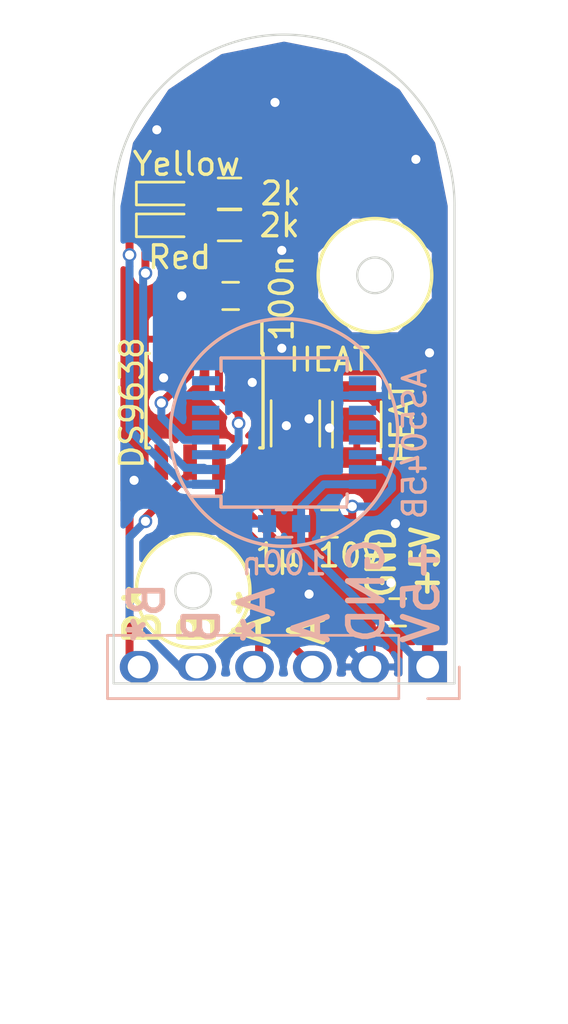
<source format=kicad_pcb>
(kicad_pcb (version 4) (host pcbnew 4.0.6)

  (general
    (links 29)
    (no_connects 0)
    (area 49.949999 26.471796 65.050001 55.071798)
    (thickness 1.6)
    (drawings 16)
    (tracks 175)
    (zones 0)
    (modules 13)
    (nets 14)
  )

  (page User 200 119.99)
  (title_block
    (title HPPM-Rotation-Encoder-VarB)
    (date 2018-06-04)
    (rev rev1)
    (company VIPER)
  )

  (layers
    (0 F.Cu signal)
    (31 B.Cu signal)
    (32 B.Adhes user)
    (33 F.Adhes user)
    (34 B.Paste user)
    (35 F.Paste user)
    (36 B.SilkS user)
    (37 F.SilkS user)
    (38 B.Mask user)
    (39 F.Mask user)
    (40 Dwgs.User user)
    (41 Cmts.User user)
    (42 Eco1.User user)
    (43 Eco2.User user)
    (44 Edge.Cuts user)
    (45 Margin user)
    (46 B.CrtYd user)
    (47 F.CrtYd user)
    (48 B.Fab user)
    (49 F.Fab user)
  )

  (setup
    (last_trace_width 0.35)
    (user_trace_width 0.35)
    (user_trace_width 0.5)
    (user_trace_width 0.75)
    (user_trace_width 1)
    (trace_clearance 0.2)
    (zone_clearance 0.25)
    (zone_45_only yes)
    (trace_min 0.2)
    (segment_width 0.15)
    (edge_width 0.15)
    (via_size 0.6)
    (via_drill 0.4)
    (via_min_size 0.4)
    (via_min_drill 0.3)
    (user_via 0.6 0.3)
    (user_via 0.8 0.4)
    (uvia_size 0.3)
    (uvia_drill 0.1)
    (uvias_allowed no)
    (uvia_min_size 0.2)
    (uvia_min_drill 0.1)
    (pcb_text_width 0.3)
    (pcb_text_size 1.5 1.5)
    (mod_edge_width 0.15)
    (mod_text_size 1 1)
    (mod_text_width 0.15)
    (pad_size 1.4 1.7)
    (pad_drill 1)
    (pad_to_mask_clearance 0.2)
    (aux_axis_origin 0 0)
    (visible_elements FFFFFF7F)
    (pcbplotparams
      (layerselection 0x00030_80000001)
      (usegerberextensions false)
      (excludeedgelayer true)
      (linewidth 0.100000)
      (plotframeref false)
      (viasonmask false)
      (mode 1)
      (useauxorigin false)
      (hpglpennumber 1)
      (hpglpenspeed 20)
      (hpglpendiameter 15)
      (hpglpenoverlay 2)
      (psnegative false)
      (psa4output false)
      (plotreference true)
      (plotvalue true)
      (plotinvisibletext false)
      (padsonsilk false)
      (subtractmaskfromsilk false)
      (outputformat 1)
      (mirror false)
      (drillshape 1)
      (scaleselection 1)
      (outputdirectory ""))
  )

  (net 0 "")
  (net 1 +5V)
  (net 2 GND)
  (net 3 "Net-(C2-Pad1)")
  (net 4 "Net-(D1-Pad2)")
  (net 5 "Net-(D1-Pad1)")
  (net 6 "Net-(D2-Pad2)")
  (net 7 "Net-(D2-Pad1)")
  (net 8 /A)
  (net 9 /A*)
  (net 10 /B*)
  (net 11 /B)
  (net 12 /_A)
  (net 13 /_B)

  (net_class Default "Dies ist die voreingestellte Netzklasse."
    (clearance 0.2)
    (trace_width 0.25)
    (via_dia 0.6)
    (via_drill 0.4)
    (uvia_dia 0.3)
    (uvia_drill 0.1)
    (add_net +5V)
    (add_net /A)
    (add_net /A*)
    (add_net /B)
    (add_net /B*)
    (add_net /_A)
    (add_net /_B)
    (add_net GND)
    (add_net "Net-(C2-Pad1)")
    (add_net "Net-(D1-Pad1)")
    (add_net "Net-(D1-Pad2)")
    (add_net "Net-(D2-Pad1)")
    (add_net "Net-(D2-Pad2)")
  )

  (module Capacitors_SMD:C_0603 (layer B.Cu) (tedit 5B108AA6) (tstamp 5B10837D)
    (at 57.5 48 180)
    (descr "Capacitor SMD 0603, reflow soldering, AVX (see smccp.pdf)")
    (tags "capacitor 0603")
    (path /5B107F98)
    (attr smd)
    (fp_text reference C1 (at 0 1.5 180) (layer B.SilkS) hide
      (effects (font (size 1 1) (thickness 0.15)) (justify mirror))
    )
    (fp_text value 100n (at 0 -1.75 180) (layer B.SilkS)
      (effects (font (size 1 1) (thickness 0.15)) (justify mirror))
    )
    (fp_text user %R (at 0 1.5 180) (layer B.Fab)
      (effects (font (size 1 1) (thickness 0.15)) (justify mirror))
    )
    (fp_line (start -0.8 -0.4) (end -0.8 0.4) (layer B.Fab) (width 0.1))
    (fp_line (start 0.8 -0.4) (end -0.8 -0.4) (layer B.Fab) (width 0.1))
    (fp_line (start 0.8 0.4) (end 0.8 -0.4) (layer B.Fab) (width 0.1))
    (fp_line (start -0.8 0.4) (end 0.8 0.4) (layer B.Fab) (width 0.1))
    (fp_line (start -0.35 0.6) (end 0.35 0.6) (layer B.SilkS) (width 0.12))
    (fp_line (start 0.35 -0.6) (end -0.35 -0.6) (layer B.SilkS) (width 0.12))
    (fp_line (start -1.4 0.65) (end 1.4 0.65) (layer B.CrtYd) (width 0.05))
    (fp_line (start -1.4 0.65) (end -1.4 -0.65) (layer B.CrtYd) (width 0.05))
    (fp_line (start 1.4 -0.65) (end 1.4 0.65) (layer B.CrtYd) (width 0.05))
    (fp_line (start 1.4 -0.65) (end -1.4 -0.65) (layer B.CrtYd) (width 0.05))
    (pad 1 smd rect (at -0.75 0 180) (size 0.8 0.75) (layers B.Cu B.Paste B.Mask)
      (net 1 +5V))
    (pad 2 smd rect (at 0.75 0 180) (size 0.8 0.75) (layers B.Cu B.Paste B.Mask)
      (net 2 GND))
    (model Capacitors_SMD.3dshapes/C_0603.wrl
      (at (xyz 0 0 0))
      (scale (xyz 1 1 1))
      (rotate (xyz 0 0 0))
    )
  )

  (module Capacitors_SMD:C_0603 (layer F.Cu) (tedit 5B1089ED) (tstamp 5B108383)
    (at 59.5 48 180)
    (descr "Capacitor SMD 0603, reflow soldering, AVX (see smccp.pdf)")
    (tags "capacitor 0603")
    (path /5B1080D6)
    (attr smd)
    (fp_text reference C2 (at 0 -1.5 180) (layer F.SilkS) hide
      (effects (font (size 1 1) (thickness 0.15)))
    )
    (fp_text value "4µ7 6V3" (at 0 1.5 180) (layer F.Fab)
      (effects (font (size 1 1) (thickness 0.15)))
    )
    (fp_text user %R (at 0 -1.5 180) (layer F.Fab)
      (effects (font (size 1 1) (thickness 0.15)))
    )
    (fp_line (start -0.8 0.4) (end -0.8 -0.4) (layer F.Fab) (width 0.1))
    (fp_line (start 0.8 0.4) (end -0.8 0.4) (layer F.Fab) (width 0.1))
    (fp_line (start 0.8 -0.4) (end 0.8 0.4) (layer F.Fab) (width 0.1))
    (fp_line (start -0.8 -0.4) (end 0.8 -0.4) (layer F.Fab) (width 0.1))
    (fp_line (start -0.35 -0.6) (end 0.35 -0.6) (layer F.SilkS) (width 0.12))
    (fp_line (start 0.35 0.6) (end -0.35 0.6) (layer F.SilkS) (width 0.12))
    (fp_line (start -1.4 -0.65) (end 1.4 -0.65) (layer F.CrtYd) (width 0.05))
    (fp_line (start -1.4 -0.65) (end -1.4 0.65) (layer F.CrtYd) (width 0.05))
    (fp_line (start 1.4 0.65) (end 1.4 -0.65) (layer F.CrtYd) (width 0.05))
    (fp_line (start 1.4 0.65) (end -1.4 0.65) (layer F.CrtYd) (width 0.05))
    (pad 1 smd rect (at -0.75 0 180) (size 0.8 0.75) (layers F.Cu F.Paste F.Mask)
      (net 3 "Net-(C2-Pad1)"))
    (pad 2 smd rect (at 0.75 0 180) (size 0.8 0.75) (layers F.Cu F.Paste F.Mask)
      (net 2 GND))
    (model Capacitors_SMD.3dshapes/C_0603.wrl
      (at (xyz 0 0 0))
      (scale (xyz 1 1 1))
      (rotate (xyz 0 0 0))
    )
  )

  (module Capacitors_SMD:C_0603 (layer F.Cu) (tedit 5B1089E2) (tstamp 5B108389)
    (at 55.15 38 180)
    (descr "Capacitor SMD 0603, reflow soldering, AVX (see smccp.pdf)")
    (tags "capacitor 0603")
    (path /5B109BB1)
    (attr smd)
    (fp_text reference C3 (at 0 -1.5 180) (layer F.SilkS) hide
      (effects (font (size 1 1) (thickness 0.15)))
    )
    (fp_text value 100n (at -2.25 -0.1 450) (layer F.SilkS)
      (effects (font (size 1 1) (thickness 0.15)))
    )
    (fp_text user %R (at 0 -1.5 180) (layer F.Fab)
      (effects (font (size 1 1) (thickness 0.15)))
    )
    (fp_line (start -0.8 0.4) (end -0.8 -0.4) (layer F.Fab) (width 0.1))
    (fp_line (start 0.8 0.4) (end -0.8 0.4) (layer F.Fab) (width 0.1))
    (fp_line (start 0.8 -0.4) (end 0.8 0.4) (layer F.Fab) (width 0.1))
    (fp_line (start -0.8 -0.4) (end 0.8 -0.4) (layer F.Fab) (width 0.1))
    (fp_line (start -0.35 -0.6) (end 0.35 -0.6) (layer F.SilkS) (width 0.12))
    (fp_line (start 0.35 0.6) (end -0.35 0.6) (layer F.SilkS) (width 0.12))
    (fp_line (start -1.4 -0.65) (end 1.4 -0.65) (layer F.CrtYd) (width 0.05))
    (fp_line (start -1.4 -0.65) (end -1.4 0.65) (layer F.CrtYd) (width 0.05))
    (fp_line (start 1.4 0.65) (end 1.4 -0.65) (layer F.CrtYd) (width 0.05))
    (fp_line (start 1.4 0.65) (end -1.4 0.65) (layer F.CrtYd) (width 0.05))
    (pad 1 smd rect (at -0.75 0 180) (size 0.8 0.75) (layers F.Cu F.Paste F.Mask)
      (net 1 +5V))
    (pad 2 smd rect (at 0.75 0 180) (size 0.8 0.75) (layers F.Cu F.Paste F.Mask)
      (net 2 GND))
    (model Capacitors_SMD.3dshapes/C_0603.wrl
      (at (xyz 0 0 0))
      (scale (xyz 1 1 1))
      (rotate (xyz 0 0 0))
    )
  )

  (module Capacitors_SMD:C_0603 (layer F.Cu) (tedit 5B108A67) (tstamp 5B10838F)
    (at 62.5 51.9 180)
    (descr "Capacitor SMD 0603, reflow soldering, AVX (see smccp.pdf)")
    (tags "capacitor 0603")
    (path /5B1081BE)
    (attr smd)
    (fp_text reference C4 (at 0 -1.5 180) (layer F.SilkS) hide
      (effects (font (size 1 1) (thickness 0.15)))
    )
    (fp_text value "1µ 10V" (at 3.5 2.5 180) (layer F.SilkS)
      (effects (font (size 1 1) (thickness 0.15)))
    )
    (fp_text user %R (at 0 -1.5 180) (layer F.Fab)
      (effects (font (size 1 1) (thickness 0.15)))
    )
    (fp_line (start -0.8 0.4) (end -0.8 -0.4) (layer F.Fab) (width 0.1))
    (fp_line (start 0.8 0.4) (end -0.8 0.4) (layer F.Fab) (width 0.1))
    (fp_line (start 0.8 -0.4) (end 0.8 0.4) (layer F.Fab) (width 0.1))
    (fp_line (start -0.8 -0.4) (end 0.8 -0.4) (layer F.Fab) (width 0.1))
    (fp_line (start -0.35 -0.6) (end 0.35 -0.6) (layer F.SilkS) (width 0.12))
    (fp_line (start 0.35 0.6) (end -0.35 0.6) (layer F.SilkS) (width 0.12))
    (fp_line (start -1.4 -0.65) (end 1.4 -0.65) (layer F.CrtYd) (width 0.05))
    (fp_line (start -1.4 -0.65) (end -1.4 0.65) (layer F.CrtYd) (width 0.05))
    (fp_line (start 1.4 0.65) (end 1.4 -0.65) (layer F.CrtYd) (width 0.05))
    (fp_line (start 1.4 0.65) (end -1.4 0.65) (layer F.CrtYd) (width 0.05))
    (pad 1 smd rect (at -0.75 0 180) (size 0.8 0.75) (layers F.Cu F.Paste F.Mask)
      (net 1 +5V))
    (pad 2 smd rect (at 0.75 0 180) (size 0.8 0.75) (layers F.Cu F.Paste F.Mask)
      (net 2 GND))
    (model Capacitors_SMD.3dshapes/C_0603.wrl
      (at (xyz 0 0 0))
      (scale (xyz 1 1 1))
      (rotate (xyz 0 0 0))
    )
  )

  (module LEDs:LED_0603 (layer F.Cu) (tedit 5B108A22) (tstamp 5B108395)
    (at 52.3 33.5)
    (descr "LED 0603 smd package")
    (tags "LED led 0603 SMD smd SMT smt smdled SMDLED smtled SMTLED")
    (path /5B1083A6)
    (attr smd)
    (fp_text reference D1 (at 0 -1.25) (layer F.SilkS) hide
      (effects (font (size 1 1) (thickness 0.15)))
    )
    (fp_text value Yellow (at 0.9 -1.3) (layer F.SilkS)
      (effects (font (size 1 1) (thickness 0.15)))
    )
    (fp_line (start -1.3 -0.5) (end -1.3 0.5) (layer F.SilkS) (width 0.12))
    (fp_line (start -0.2 -0.2) (end -0.2 0.2) (layer F.Fab) (width 0.1))
    (fp_line (start -0.15 0) (end 0.15 -0.2) (layer F.Fab) (width 0.1))
    (fp_line (start 0.15 0.2) (end -0.15 0) (layer F.Fab) (width 0.1))
    (fp_line (start 0.15 -0.2) (end 0.15 0.2) (layer F.Fab) (width 0.1))
    (fp_line (start 0.8 0.4) (end -0.8 0.4) (layer F.Fab) (width 0.1))
    (fp_line (start 0.8 -0.4) (end 0.8 0.4) (layer F.Fab) (width 0.1))
    (fp_line (start -0.8 -0.4) (end 0.8 -0.4) (layer F.Fab) (width 0.1))
    (fp_line (start -0.8 0.4) (end -0.8 -0.4) (layer F.Fab) (width 0.1))
    (fp_line (start -1.3 0.5) (end 0.8 0.5) (layer F.SilkS) (width 0.12))
    (fp_line (start -1.3 -0.5) (end 0.8 -0.5) (layer F.SilkS) (width 0.12))
    (fp_line (start 1.45 -0.65) (end 1.45 0.65) (layer F.CrtYd) (width 0.05))
    (fp_line (start 1.45 0.65) (end -1.45 0.65) (layer F.CrtYd) (width 0.05))
    (fp_line (start -1.45 0.65) (end -1.45 -0.65) (layer F.CrtYd) (width 0.05))
    (fp_line (start -1.45 -0.65) (end 1.45 -0.65) (layer F.CrtYd) (width 0.05))
    (pad 2 smd rect (at 0.8 0 180) (size 0.8 0.8) (layers F.Cu F.Paste F.Mask)
      (net 4 "Net-(D1-Pad2)"))
    (pad 1 smd rect (at -0.8 0 180) (size 0.8 0.8) (layers F.Cu F.Paste F.Mask)
      (net 5 "Net-(D1-Pad1)"))
    (model LEDs.3dshapes/LED_0603.wrl
      (at (xyz 0 0 0))
      (scale (xyz 1 1 1))
      (rotate (xyz 0 0 180))
    )
  )

  (module LEDs:LED_0603 (layer F.Cu) (tedit 5B108A30) (tstamp 5B10839B)
    (at 52.3 34.9)
    (descr "LED 0603 smd package")
    (tags "LED led 0603 SMD smd SMT smt smdled SMDLED smtled SMTLED")
    (path /5B108321)
    (attr smd)
    (fp_text reference D2 (at 0 -1.25) (layer F.SilkS) hide
      (effects (font (size 1 1) (thickness 0.15)))
    )
    (fp_text value Red (at 0.6 1.4) (layer F.SilkS)
      (effects (font (size 1 1) (thickness 0.15)))
    )
    (fp_line (start -1.3 -0.5) (end -1.3 0.5) (layer F.SilkS) (width 0.12))
    (fp_line (start -0.2 -0.2) (end -0.2 0.2) (layer F.Fab) (width 0.1))
    (fp_line (start -0.15 0) (end 0.15 -0.2) (layer F.Fab) (width 0.1))
    (fp_line (start 0.15 0.2) (end -0.15 0) (layer F.Fab) (width 0.1))
    (fp_line (start 0.15 -0.2) (end 0.15 0.2) (layer F.Fab) (width 0.1))
    (fp_line (start 0.8 0.4) (end -0.8 0.4) (layer F.Fab) (width 0.1))
    (fp_line (start 0.8 -0.4) (end 0.8 0.4) (layer F.Fab) (width 0.1))
    (fp_line (start -0.8 -0.4) (end 0.8 -0.4) (layer F.Fab) (width 0.1))
    (fp_line (start -0.8 0.4) (end -0.8 -0.4) (layer F.Fab) (width 0.1))
    (fp_line (start -1.3 0.5) (end 0.8 0.5) (layer F.SilkS) (width 0.12))
    (fp_line (start -1.3 -0.5) (end 0.8 -0.5) (layer F.SilkS) (width 0.12))
    (fp_line (start 1.45 -0.65) (end 1.45 0.65) (layer F.CrtYd) (width 0.05))
    (fp_line (start 1.45 0.65) (end -1.45 0.65) (layer F.CrtYd) (width 0.05))
    (fp_line (start -1.45 0.65) (end -1.45 -0.65) (layer F.CrtYd) (width 0.05))
    (fp_line (start -1.45 -0.65) (end 1.45 -0.65) (layer F.CrtYd) (width 0.05))
    (pad 2 smd rect (at 0.8 0 180) (size 0.8 0.8) (layers F.Cu F.Paste F.Mask)
      (net 6 "Net-(D2-Pad2)"))
    (pad 1 smd rect (at -0.8 0 180) (size 0.8 0.8) (layers F.Cu F.Paste F.Mask)
      (net 7 "Net-(D2-Pad1)"))
    (model LEDs.3dshapes/LED_0603.wrl
      (at (xyz 0 0 0))
      (scale (xyz 1 1 1))
      (rotate (xyz 0 0 180))
    )
  )

  (module Resistors_SMD:R_0603 (layer F.Cu) (tedit 5B108A40) (tstamp 5B1083AB)
    (at 55.1 33.5)
    (descr "Resistor SMD 0603, reflow soldering, Vishay (see dcrcw.pdf)")
    (tags "resistor 0603")
    (path /5B108409)
    (attr smd)
    (fp_text reference R1 (at 0 -1.45) (layer F.SilkS) hide
      (effects (font (size 1 1) (thickness 0.15)))
    )
    (fp_text value 2k (at 2.25 0) (layer F.SilkS)
      (effects (font (size 1 1) (thickness 0.15)))
    )
    (fp_text user %R (at 0 -1.45) (layer F.Fab)
      (effects (font (size 1 1) (thickness 0.15)))
    )
    (fp_line (start -0.8 0.4) (end -0.8 -0.4) (layer F.Fab) (width 0.1))
    (fp_line (start 0.8 0.4) (end -0.8 0.4) (layer F.Fab) (width 0.1))
    (fp_line (start 0.8 -0.4) (end 0.8 0.4) (layer F.Fab) (width 0.1))
    (fp_line (start -0.8 -0.4) (end 0.8 -0.4) (layer F.Fab) (width 0.1))
    (fp_line (start 0.5 0.68) (end -0.5 0.68) (layer F.SilkS) (width 0.12))
    (fp_line (start -0.5 -0.68) (end 0.5 -0.68) (layer F.SilkS) (width 0.12))
    (fp_line (start -1.25 -0.7) (end 1.25 -0.7) (layer F.CrtYd) (width 0.05))
    (fp_line (start -1.25 -0.7) (end -1.25 0.7) (layer F.CrtYd) (width 0.05))
    (fp_line (start 1.25 0.7) (end 1.25 -0.7) (layer F.CrtYd) (width 0.05))
    (fp_line (start 1.25 0.7) (end -1.25 0.7) (layer F.CrtYd) (width 0.05))
    (pad 1 smd rect (at -0.75 0) (size 0.5 0.9) (layers F.Cu F.Paste F.Mask)
      (net 4 "Net-(D1-Pad2)"))
    (pad 2 smd rect (at 0.75 0) (size 0.5 0.9) (layers F.Cu F.Paste F.Mask)
      (net 1 +5V))
    (model Resistors_SMD.3dshapes/R_0603.wrl
      (at (xyz 0 0 0))
      (scale (xyz 1 1 1))
      (rotate (xyz 0 0 0))
    )
  )

  (module Resistors_SMD:R_0603 (layer F.Cu) (tedit 5B108A3A) (tstamp 5B1083B1)
    (at 55.1 34.9)
    (descr "Resistor SMD 0603, reflow soldering, Vishay (see dcrcw.pdf)")
    (tags "resistor 0603")
    (path /5B10846A)
    (attr smd)
    (fp_text reference R2 (at 0 -1.45) (layer F.SilkS) hide
      (effects (font (size 1 1) (thickness 0.15)))
    )
    (fp_text value 2k (at 2.2 0) (layer F.SilkS)
      (effects (font (size 1 1) (thickness 0.15)))
    )
    (fp_text user %R (at 0 -1.45) (layer F.Fab)
      (effects (font (size 1 1) (thickness 0.15)))
    )
    (fp_line (start -0.8 0.4) (end -0.8 -0.4) (layer F.Fab) (width 0.1))
    (fp_line (start 0.8 0.4) (end -0.8 0.4) (layer F.Fab) (width 0.1))
    (fp_line (start 0.8 -0.4) (end 0.8 0.4) (layer F.Fab) (width 0.1))
    (fp_line (start -0.8 -0.4) (end 0.8 -0.4) (layer F.Fab) (width 0.1))
    (fp_line (start 0.5 0.68) (end -0.5 0.68) (layer F.SilkS) (width 0.12))
    (fp_line (start -0.5 -0.68) (end 0.5 -0.68) (layer F.SilkS) (width 0.12))
    (fp_line (start -1.25 -0.7) (end 1.25 -0.7) (layer F.CrtYd) (width 0.05))
    (fp_line (start -1.25 -0.7) (end -1.25 0.7) (layer F.CrtYd) (width 0.05))
    (fp_line (start 1.25 0.7) (end 1.25 -0.7) (layer F.CrtYd) (width 0.05))
    (fp_line (start 1.25 0.7) (end -1.25 0.7) (layer F.CrtYd) (width 0.05))
    (pad 1 smd rect (at -0.75 0) (size 0.5 0.9) (layers F.Cu F.Paste F.Mask)
      (net 6 "Net-(D2-Pad2)"))
    (pad 2 smd rect (at 0.75 0) (size 0.5 0.9) (layers F.Cu F.Paste F.Mask)
      (net 1 +5V))
    (model Resistors_SMD.3dshapes/R_0603.wrl
      (at (xyz 0 0 0))
      (scale (xyz 1 1 1))
      (rotate (xyz 0 0 0))
    )
  )

  (module Resistors_SMD:R_1206 (layer F.Cu) (tedit 5B1089E5) (tstamp 5B1083B7)
    (at 60.7 43.65 270)
    (descr "Resistor SMD 1206, reflow soldering, Vishay (see dcrcw.pdf)")
    (tags "resistor 1206")
    (path /5B10869A)
    (attr smd)
    (fp_text reference R3 (at 0 -1.85 270) (layer F.SilkS) hide
      (effects (font (size 1 1) (thickness 0.15)))
    )
    (fp_text value HEAT (at -2.85 1.2 360) (layer F.SilkS)
      (effects (font (size 1 1) (thickness 0.15)))
    )
    (fp_text user %R (at 0 -1.85 270) (layer F.Fab)
      (effects (font (size 1 1) (thickness 0.15)))
    )
    (fp_line (start -1.6 0.8) (end -1.6 -0.8) (layer F.Fab) (width 0.1))
    (fp_line (start 1.6 0.8) (end -1.6 0.8) (layer F.Fab) (width 0.1))
    (fp_line (start 1.6 -0.8) (end 1.6 0.8) (layer F.Fab) (width 0.1))
    (fp_line (start -1.6 -0.8) (end 1.6 -0.8) (layer F.Fab) (width 0.1))
    (fp_line (start 1 1.07) (end -1 1.07) (layer F.SilkS) (width 0.12))
    (fp_line (start -1 -1.07) (end 1 -1.07) (layer F.SilkS) (width 0.12))
    (fp_line (start -2.15 -1.11) (end 2.15 -1.11) (layer F.CrtYd) (width 0.05))
    (fp_line (start -2.15 -1.11) (end -2.15 1.1) (layer F.CrtYd) (width 0.05))
    (fp_line (start 2.15 1.1) (end 2.15 -1.11) (layer F.CrtYd) (width 0.05))
    (fp_line (start 2.15 1.1) (end -2.15 1.1) (layer F.CrtYd) (width 0.05))
    (pad 1 smd rect (at -1.45 0 270) (size 0.9 1.7) (layers F.Cu F.Paste F.Mask)
      (net 1 +5V))
    (pad 2 smd rect (at 1.45 0 270) (size 0.9 1.7) (layers F.Cu F.Paste F.Mask)
      (net 2 GND))
    (model Resistors_SMD.3dshapes/R_1206.wrl
      (at (xyz 0 0 0))
      (scale (xyz 1 1 1))
      (rotate (xyz 0 0 0))
    )
  )

  (module Resistors_SMD:R_1206 (layer F.Cu) (tedit 5B1089D9) (tstamp 5B1083BD)
    (at 58 43.6 270)
    (descr "Resistor SMD 1206, reflow soldering, Vishay (see dcrcw.pdf)")
    (tags "resistor 1206")
    (path /5B108614)
    (attr smd)
    (fp_text reference R4 (at 0 -1.85 270) (layer F.SilkS) hide
      (effects (font (size 1 1) (thickness 0.15)))
    )
    (fp_text value HEAT (at 0 -4.7 270) (layer F.SilkS)
      (effects (font (size 1 1) (thickness 0.15)))
    )
    (fp_text user %R (at 0 -1.85 270) (layer F.Fab)
      (effects (font (size 1 1) (thickness 0.15)))
    )
    (fp_line (start -1.6 0.8) (end -1.6 -0.8) (layer F.Fab) (width 0.1))
    (fp_line (start 1.6 0.8) (end -1.6 0.8) (layer F.Fab) (width 0.1))
    (fp_line (start 1.6 -0.8) (end 1.6 0.8) (layer F.Fab) (width 0.1))
    (fp_line (start -1.6 -0.8) (end 1.6 -0.8) (layer F.Fab) (width 0.1))
    (fp_line (start 1 1.07) (end -1 1.07) (layer F.SilkS) (width 0.12))
    (fp_line (start -1 -1.07) (end 1 -1.07) (layer F.SilkS) (width 0.12))
    (fp_line (start -2.15 -1.11) (end 2.15 -1.11) (layer F.CrtYd) (width 0.05))
    (fp_line (start -2.15 -1.11) (end -2.15 1.1) (layer F.CrtYd) (width 0.05))
    (fp_line (start 2.15 1.1) (end 2.15 -1.11) (layer F.CrtYd) (width 0.05))
    (fp_line (start 2.15 1.1) (end -2.15 1.1) (layer F.CrtYd) (width 0.05))
    (pad 1 smd rect (at -1.45 0 270) (size 0.9 1.7) (layers F.Cu F.Paste F.Mask)
      (net 1 +5V))
    (pad 2 smd rect (at 1.45 0 270) (size 0.9 1.7) (layers F.Cu F.Paste F.Mask)
      (net 2 GND))
    (model Resistors_SMD.3dshapes/R_1206.wrl
      (at (xyz 0 0 0))
      (scale (xyz 1 1 1))
      (rotate (xyz 0 0 0))
    )
  )

  (module Housings_SSOP:SSOP-16_5.3x6.2mm_Pitch0.65mm (layer B.Cu) (tedit 5B108A8E) (tstamp 5B1083D1)
    (at 57.5 44)
    (descr "SSOP16: plastic shrink small outline package; 16 leads; body width 5.3 mm; (see NXP SSOP-TSSOP-VSO-REFLOW.pdf and sot338-1_po.pdf)")
    (tags "SSOP 0.65")
    (path /5B107E23)
    (attr smd)
    (fp_text reference U1 (at 0 4.2) (layer B.SilkS) hide
      (effects (font (size 1 1) (thickness 0.15)) (justify mirror))
    )
    (fp_text value AS5045B (at 5.75 0.5 90) (layer B.SilkS)
      (effects (font (size 1 1) (thickness 0.15)) (justify mirror))
    )
    (fp_line (start -1.65 3.1) (end 2.65 3.1) (layer B.Fab) (width 0.15))
    (fp_line (start 2.65 3.1) (end 2.65 -3.1) (layer B.Fab) (width 0.15))
    (fp_line (start 2.65 -3.1) (end -2.65 -3.1) (layer B.Fab) (width 0.15))
    (fp_line (start -2.65 -3.1) (end -2.65 2.1) (layer B.Fab) (width 0.15))
    (fp_line (start -2.65 2.1) (end -1.65 3.1) (layer B.Fab) (width 0.15))
    (fp_line (start -4.3 3.45) (end -4.3 -3.45) (layer B.CrtYd) (width 0.05))
    (fp_line (start 4.3 3.45) (end 4.3 -3.45) (layer B.CrtYd) (width 0.05))
    (fp_line (start -4.3 3.45) (end 4.3 3.45) (layer B.CrtYd) (width 0.05))
    (fp_line (start -4.3 -3.45) (end 4.3 -3.45) (layer B.CrtYd) (width 0.05))
    (fp_line (start -2.775 3.275) (end -2.775 2.8) (layer B.SilkS) (width 0.15))
    (fp_line (start 2.775 3.275) (end 2.775 2.7) (layer B.SilkS) (width 0.15))
    (fp_line (start 2.775 -3.275) (end 2.775 -2.7) (layer B.SilkS) (width 0.15))
    (fp_line (start -2.775 -3.275) (end -2.775 -2.7) (layer B.SilkS) (width 0.15))
    (fp_line (start -2.775 3.275) (end 2.775 3.275) (layer B.SilkS) (width 0.15))
    (fp_line (start -2.775 -3.275) (end 2.775 -3.275) (layer B.SilkS) (width 0.15))
    (fp_line (start -2.775 2.8) (end -4.05 2.8) (layer B.SilkS) (width 0.15))
    (pad 1 smd rect (at -3.45 2.275) (size 1.2 0.4) (layers B.Cu B.Paste B.Mask)
      (net 5 "Net-(D1-Pad1)"))
    (pad 2 smd rect (at -3.45 1.625) (size 1.2 0.4) (layers B.Cu B.Paste B.Mask)
      (net 7 "Net-(D2-Pad1)"))
    (pad 3 smd rect (at -3.45 0.975) (size 1.2 0.4) (layers B.Cu B.Paste B.Mask)
      (net 12 /_A))
    (pad 4 smd rect (at -3.45 0.325) (size 1.2 0.4) (layers B.Cu B.Paste B.Mask)
      (net 13 /_B))
    (pad 5 smd rect (at -3.45 -0.325) (size 1.2 0.4) (layers B.Cu B.Paste B.Mask))
    (pad 6 smd rect (at -3.45 -0.975) (size 1.2 0.4) (layers B.Cu B.Paste B.Mask))
    (pad 7 smd rect (at -3.45 -1.625) (size 1.2 0.4) (layers B.Cu B.Paste B.Mask)
      (net 2 GND))
    (pad 8 smd rect (at -3.45 -2.275) (size 1.2 0.4) (layers B.Cu B.Paste B.Mask))
    (pad 9 smd rect (at 3.45 -2.275) (size 1.2 0.4) (layers B.Cu B.Paste B.Mask))
    (pad 10 smd rect (at 3.45 -1.625) (size 1.2 0.4) (layers B.Cu B.Paste B.Mask)
      (net 2 GND))
    (pad 11 smd rect (at 3.45 -0.975) (size 1.2 0.4) (layers B.Cu B.Paste B.Mask))
    (pad 12 smd rect (at 3.45 -0.325) (size 1.2 0.4) (layers B.Cu B.Paste B.Mask))
    (pad 13 smd rect (at 3.45 0.325) (size 1.2 0.4) (layers B.Cu B.Paste B.Mask))
    (pad 14 smd rect (at 3.45 0.975) (size 1.2 0.4) (layers B.Cu B.Paste B.Mask))
    (pad 15 smd rect (at 3.45 1.625) (size 1.2 0.4) (layers B.Cu B.Paste B.Mask)
      (net 3 "Net-(C2-Pad1)"))
    (pad 16 smd rect (at 3.45 2.275) (size 1.2 0.4) (layers B.Cu B.Paste B.Mask)
      (net 1 +5V))
    (model Housings_SSOP.3dshapes/SSOP-16_5.3x6.2mm_Pitch0.65mm.wrl
      (at (xyz 0 0 0))
      (scale (xyz 1 1 1))
      (rotate (xyz 0 0 0))
    )
  )

  (module Housings_SOIC:SOIC-8_3.9x4.9mm_Pitch1.27mm (layer F.Cu) (tedit 5B1089E8) (tstamp 5B1083DD)
    (at 54 42.6 270)
    (descr "8-Lead Plastic Small Outline (SN) - Narrow, 3.90 mm Body [SOIC] (see Microchip Packaging Specification 00000049BS.pdf)")
    (tags "SOIC 1.27")
    (path /5B108A86)
    (attr smd)
    (fp_text reference U2 (at 0 -3.5 270) (layer F.SilkS) hide
      (effects (font (size 1 1) (thickness 0.15)))
    )
    (fp_text value DS9638 (at 0.1 3.2 450) (layer F.SilkS)
      (effects (font (size 1 1) (thickness 0.15)))
    )
    (fp_line (start -0.95 -2.45) (end 1.95 -2.45) (layer F.Fab) (width 0.15))
    (fp_line (start 1.95 -2.45) (end 1.95 2.45) (layer F.Fab) (width 0.15))
    (fp_line (start 1.95 2.45) (end -1.95 2.45) (layer F.Fab) (width 0.15))
    (fp_line (start -1.95 2.45) (end -1.95 -1.45) (layer F.Fab) (width 0.15))
    (fp_line (start -1.95 -1.45) (end -0.95 -2.45) (layer F.Fab) (width 0.15))
    (fp_line (start -3.75 -2.75) (end -3.75 2.75) (layer F.CrtYd) (width 0.05))
    (fp_line (start 3.75 -2.75) (end 3.75 2.75) (layer F.CrtYd) (width 0.05))
    (fp_line (start -3.75 -2.75) (end 3.75 -2.75) (layer F.CrtYd) (width 0.05))
    (fp_line (start -3.75 2.75) (end 3.75 2.75) (layer F.CrtYd) (width 0.05))
    (fp_line (start -2.075 -2.575) (end -2.075 -2.525) (layer F.SilkS) (width 0.15))
    (fp_line (start 2.075 -2.575) (end 2.075 -2.43) (layer F.SilkS) (width 0.15))
    (fp_line (start 2.075 2.575) (end 2.075 2.43) (layer F.SilkS) (width 0.15))
    (fp_line (start -2.075 2.575) (end -2.075 2.43) (layer F.SilkS) (width 0.15))
    (fp_line (start -2.075 -2.575) (end 2.075 -2.575) (layer F.SilkS) (width 0.15))
    (fp_line (start -2.075 2.575) (end 2.075 2.575) (layer F.SilkS) (width 0.15))
    (fp_line (start -2.075 -2.525) (end -3.475 -2.525) (layer F.SilkS) (width 0.15))
    (pad 1 smd rect (at -2.7 -1.905 270) (size 1.55 0.6) (layers F.Cu F.Paste F.Mask)
      (net 1 +5V))
    (pad 2 smd rect (at -2.7 -0.635 270) (size 1.55 0.6) (layers F.Cu F.Paste F.Mask)
      (net 12 /_A))
    (pad 3 smd rect (at -2.7 0.635 270) (size 1.55 0.6) (layers F.Cu F.Paste F.Mask)
      (net 13 /_B))
    (pad 4 smd rect (at -2.7 1.905 270) (size 1.55 0.6) (layers F.Cu F.Paste F.Mask)
      (net 2 GND))
    (pad 5 smd rect (at 2.7 1.905 270) (size 1.55 0.6) (layers F.Cu F.Paste F.Mask)
      (net 10 /B*))
    (pad 6 smd rect (at 2.7 0.635 270) (size 1.55 0.6) (layers F.Cu F.Paste F.Mask)
      (net 11 /B))
    (pad 7 smd rect (at 2.7 -0.635 270) (size 1.55 0.6) (layers F.Cu F.Paste F.Mask)
      (net 9 /A*))
    (pad 8 smd rect (at 2.7 -1.905 270) (size 1.55 0.6) (layers F.Cu F.Paste F.Mask)
      (net 8 /A))
    (model Housings_SOIC.3dshapes/SOIC-8_3.9x4.9mm_Pitch1.27mm.wrl
      (at (xyz 0 0 0))
      (scale (xyz 1 1 1))
      (rotate (xyz 0 0 0))
    )
  )

  (module Pin_Headers:Pin_Header_Straight_1x06_Pitch2.54mm (layer B.Cu) (tedit 5B153E28) (tstamp 5B10844A)
    (at 63.82 54.3 90)
    (descr "Through hole straight pin header, 1x06, 2.54mm pitch, single row")
    (tags "Through hole pin header THT 1x06 2.54mm single row")
    (path /5B10A070)
    (fp_text reference J1 (at 0 2.39 90) (layer B.SilkS) hide
      (effects (font (size 1 1) (thickness 0.15)) (justify mirror))
    )
    (fp_text value CONN (at 0 -15.09 90) (layer B.Fab)
      (effects (font (size 1 1) (thickness 0.15)) (justify mirror))
    )
    (fp_line (start -1.27 1.27) (end -1.27 -13.97) (layer B.Fab) (width 0.1))
    (fp_line (start -1.27 -13.97) (end 1.27 -13.97) (layer B.Fab) (width 0.1))
    (fp_line (start 1.27 -13.97) (end 1.27 1.27) (layer B.Fab) (width 0.1))
    (fp_line (start 1.27 1.27) (end -1.27 1.27) (layer B.Fab) (width 0.1))
    (fp_line (start -1.39 -1.27) (end -1.39 -14.09) (layer B.SilkS) (width 0.12))
    (fp_line (start -1.39 -14.09) (end 1.39 -14.09) (layer B.SilkS) (width 0.12))
    (fp_line (start 1.39 -14.09) (end 1.39 -1.27) (layer B.SilkS) (width 0.12))
    (fp_line (start 1.39 -1.27) (end -1.39 -1.27) (layer B.SilkS) (width 0.12))
    (fp_line (start -1.39 0) (end -1.39 1.39) (layer B.SilkS) (width 0.12))
    (fp_line (start -1.39 1.39) (end 0 1.39) (layer B.SilkS) (width 0.12))
    (fp_line (start -1.6 1.6) (end -1.6 -14.3) (layer B.CrtYd) (width 0.05))
    (fp_line (start -1.6 -14.3) (end 1.6 -14.3) (layer B.CrtYd) (width 0.05))
    (fp_line (start 1.6 -14.3) (end 1.6 1.6) (layer B.CrtYd) (width 0.05))
    (fp_line (start 1.6 1.6) (end -1.6 1.6) (layer B.CrtYd) (width 0.05))
    (pad 1 thru_hole rect (at 0 0 90) (size 1.4 1.7) (drill 1) (layers *.Cu *.Mask)
      (net 1 +5V))
    (pad 2 thru_hole oval (at 0 -2.54 90) (size 1.4 1.7) (drill 1) (layers *.Cu *.Mask)
      (net 2 GND))
    (pad 3 thru_hole oval (at 0 -5.08 90) (size 1.4 1.7) (drill 1) (layers *.Cu *.Mask)
      (net 8 /A))
    (pad 4 thru_hole oval (at 0 -7.62 90) (size 1.4 1.7) (drill 1) (layers *.Cu *.Mask)
      (net 9 /A*))
    (pad 5 thru_hole oval (at 0 -10.16 90) (size 1.2 1.7) (drill 1) (layers *.Cu *.Mask)
      (net 11 /B))
    (pad 6 thru_hole oval (at 0 -12.7 90) (size 1.4 1.7) (drill 1) (layers *.Cu *.Mask)
      (net 10 /B*))
    (model Pin_Headers.3dshapes/Pin_Header_Straight_1x06_Pitch2.54mm.wrl
      (at (xyz 0 -0.25 0))
      (scale (xyz 1 1 1))
      (rotate (xyz 0 0 90))
    )
  )

  (gr_line (start 57.5 39.021797) (end 57.5 44.021797) (layer Cmts.User) (width 0.1))
  (gr_line (start 57.5 44.021797) (end 52.5 44.021797) (layer Cmts.User) (width 0.1))
  (gr_arc (start 57.5 44.021797) (end 57.5 39.021797) (angle -90) (layer Cmts.User) (width 0.1))
  (gr_circle (center 61.5 37.093594) (end 62.2835 37.093594) (layer Edge.Cuts) (width 0.1))
  (gr_line (start 50 55.021797) (end 50 34.021797) (layer Edge.Cuts) (width 0.1))
  (gr_line (start 65 55.021797) (end 50 55.021797) (layer Edge.Cuts) (width 0.1))
  (gr_line (start 65 34.021797) (end 65 55.021797) (layer Edge.Cuts) (width 0.1))
  (gr_arc (start 57.5 34.021797) (end 65 34.021797) (angle -180) (layer Edge.Cuts) (width 0.1))
  (gr_circle (center 53.5 50.95) (end 54.2835 50.95) (layer Edge.Cuts) (width 0.1))
  (gr_text "GND\n+5V" (at 62.75 49.7 90) (layer F.SilkS)
    (effects (font (size 1.2 1) (thickness 0.2)))
  )
  (gr_text "B*\nB\nA*\nA" (at 54.9 53.5 90) (layer F.SilkS) (tstamp 5B108C4A)
    (effects (font (size 1.5 1.5) (thickness 0.25)) (justify left))
  )
  (gr_text "B*\nB\nA*\nA\nGND\n+5V" (at 57.5 53.4 90) (layer B.SilkS)
    (effects (font (size 1.5 1.5) (thickness 0.25)) (justify right mirror))
  )
  (gr_circle (center 57.5 44) (end 52.5 44) (layer B.SilkS) (width 0.15) (tstamp 5B108975))
  (gr_circle (center 61.5 37.1) (end 61.5 39.6) (layer F.SilkS) (width 0.15))
  (gr_circle (center 53.5 50.95) (end 56 50.95) (layer F.SilkS) (width 0.15))
  (gr_circle (center 57.5 44) (end 52.5 44) (layer Dwgs.User) (width 0.15))

  (segment (start 63.82 54.3) (end 63.82 51.9) (width 0.5) (layer F.Cu) (net 1))
  (segment (start 63.82 51.9) (end 63.82 44.92) (width 0.5) (layer F.Cu) (net 1))
  (segment (start 63.25 51.9) (end 63.82 51.9) (width 0.35) (layer F.Cu) (net 1))
  (segment (start 55.85 34.9) (end 55.85 37.95) (width 0.35) (layer F.Cu) (net 1))
  (segment (start 55.85 37.95) (end 55.9 38) (width 0.35) (layer F.Cu) (net 1))
  (segment (start 55.85 33.5) (end 55.85 34.9) (width 0.35) (layer F.Cu) (net 1))
  (segment (start 60.7 42.2) (end 59.4 42.2) (width 0.5) (layer F.Cu) (net 1))
  (segment (start 59.4 42.2) (end 58.05 42.2) (width 0.5) (layer F.Cu) (net 1))
  (segment (start 55.9 38) (end 56.8 38) (width 0.5) (layer F.Cu) (net 1))
  (segment (start 56.8 38) (end 59.4 40.6) (width 0.5) (layer F.Cu) (net 1))
  (segment (start 59.4 40.6) (end 59.4 42.2) (width 0.5) (layer F.Cu) (net 1))
  (segment (start 55.9 38) (end 55.9 39.895) (width 0.5) (layer F.Cu) (net 1))
  (segment (start 55.9 39.895) (end 55.905 39.9) (width 0.5) (layer F.Cu) (net 1))
  (segment (start 58.05 42.2) (end 58 42.15) (width 0.5) (layer F.Cu) (net 1))
  (segment (start 63.82 44.92) (end 61.1 42.2) (width 0.5) (layer F.Cu) (net 1))
  (segment (start 61.1 42.2) (end 60.7 42.2) (width 0.5) (layer F.Cu) (net 1))
  (segment (start 63.82 54.3) (end 63.67 54.3) (width 0.35) (layer B.Cu) (net 1))
  (segment (start 63.67 54.3) (end 58.25 48.88) (width 0.35) (layer B.Cu) (net 1))
  (segment (start 58.25 48.88) (end 58.25 48.725) (width 0.35) (layer B.Cu) (net 1))
  (segment (start 58.25 48.725) (end 58.25 48) (width 0.35) (layer B.Cu) (net 1))
  (segment (start 60.95 46.275) (end 59.25 46.275) (width 0.35) (layer B.Cu) (net 1))
  (segment (start 59.25 46.275) (end 58.25 47.275) (width 0.35) (layer B.Cu) (net 1))
  (segment (start 58.25 47.275) (end 58.25 48) (width 0.35) (layer B.Cu) (net 1))
  (segment (start 56.1 41.8) (end 56.1 41.6) (width 0.35) (layer F.Cu) (net 2))
  (segment (start 56.1 41.6) (end 57.4 40.3) (width 0.35) (layer F.Cu) (net 2))
  (via (at 57.4 40.3) (size 0.6) (drill 0.4) (layers F.Cu B.Cu) (net 2))
  (segment (start 57.6 43.7) (end 57.6 43.3) (width 0.35) (layer B.Cu) (net 2))
  (segment (start 57.6 43.3) (end 56.1 41.8) (width 0.35) (layer B.Cu) (net 2))
  (via (at 56.1 41.8) (size 0.6) (drill 0.4) (layers F.Cu B.Cu) (net 2))
  (segment (start 51.2 46.1) (end 50.9 46.1) (width 0.35) (layer B.Cu) (net 2))
  (via (at 50.9 46.1) (size 0.6) (drill 0.4) (layers F.Cu B.Cu) (net 2))
  (segment (start 52.6 47.5) (end 51.2 46.1) (width 0.35) (layer B.Cu) (net 2))
  (segment (start 54.3 47.5) (end 52.6 47.5) (width 0.35) (layer B.Cu) (net 2))
  (segment (start 54.8 48) (end 54.3 47.5) (width 0.35) (layer B.Cu) (net 2))
  (segment (start 56.75 48) (end 54.8 48) (width 0.35) (layer B.Cu) (net 2))
  (segment (start 62.4 48) (end 62.4 47.077835) (width 0.35) (layer B.Cu) (net 2))
  (segment (start 62.4 47.077835) (end 63.9 45.577835) (width 0.35) (layer B.Cu) (net 2))
  (segment (start 63.9 45.577835) (end 63.9 40.5) (width 0.35) (layer B.Cu) (net 2))
  (via (at 63.9 40.5) (size 0.6) (drill 0.4) (layers F.Cu B.Cu) (net 2))
  (segment (start 57.4 36) (end 57.4 42.2) (width 0.35) (layer B.Cu) (net 2))
  (segment (start 57.4 42.2) (end 58.6 43.4) (width 0.35) (layer B.Cu) (net 2))
  (segment (start 62.3 33) (end 60.4 33) (width 0.35) (layer F.Cu) (net 2))
  (segment (start 60.4 33) (end 57.4 36) (width 0.35) (layer F.Cu) (net 2))
  (via (at 57.4 36) (size 0.6) (drill 0.4) (layers F.Cu B.Cu) (net 2))
  (segment (start 63.3 32) (end 62.3 33) (width 0.35) (layer F.Cu) (net 2))
  (segment (start 57.1 29.5) (end 60.8 29.5) (width 0.35) (layer B.Cu) (net 2))
  (via (at 63.3 32) (size 0.6) (drill 0.4) (layers F.Cu B.Cu) (net 2))
  (segment (start 60.8 29.5) (end 63.3 32) (width 0.35) (layer B.Cu) (net 2))
  (segment (start 51.9 30.7) (end 53.1 29.5) (width 0.35) (layer F.Cu) (net 2))
  (segment (start 53.1 29.5) (end 57.1 29.5) (width 0.35) (layer F.Cu) (net 2))
  (via (at 57.1 29.5) (size 0.6) (drill 0.4) (layers F.Cu B.Cu) (net 2))
  (segment (start 53 38) (end 53 31.8) (width 0.35) (layer B.Cu) (net 2))
  (segment (start 53 31.8) (end 51.9 30.7) (width 0.35) (layer B.Cu) (net 2))
  (via (at 51.9 30.7) (size 0.6) (drill 0.4) (layers F.Cu B.Cu) (net 2))
  (segment (start 58.6 43.4) (end 58.899999 43.100001) (width 0.35) (layer B.Cu) (net 2))
  (segment (start 58.899999 43.100001) (end 59.274999 43.100001) (width 0.35) (layer B.Cu) (net 2))
  (segment (start 59.274999 43.100001) (end 59.5 42.875) (width 0.35) (layer B.Cu) (net 2))
  (segment (start 59.5 43.8) (end 59.5 42.875) (width 0.35) (layer B.Cu) (net 2))
  (segment (start 59.5 42.875) (end 60 42.375) (width 0.35) (layer B.Cu) (net 2))
  (segment (start 60 42.375) (end 60.95 42.375) (width 0.35) (layer B.Cu) (net 2))
  (segment (start 58.6 43.4) (end 59.1 43.4) (width 0.35) (layer F.Cu) (net 2))
  (via (at 59.5 43.8) (size 0.6) (drill 0.4) (layers F.Cu B.Cu) (net 2))
  (segment (start 59.1 43.4) (end 59.5 43.8) (width 0.35) (layer F.Cu) (net 2))
  (segment (start 57.6 43.7) (end 58.3 43.7) (width 0.35) (layer B.Cu) (net 2))
  (segment (start 58.3 43.7) (end 58.6 43.4) (width 0.35) (layer B.Cu) (net 2))
  (via (at 58.6 43.4) (size 0.6) (drill 0.4) (layers F.Cu B.Cu) (net 2))
  (segment (start 57.6 43.7) (end 57.175736 43.7) (width 0.35) (layer B.Cu) (net 2))
  (segment (start 57.175736 43.7) (end 57.02474 43.850996) (width 0.35) (layer B.Cu) (net 2))
  (segment (start 57.02474 43.850996) (end 56.75 43.850996) (width 0.35) (layer B.Cu) (net 2))
  (segment (start 58 45.05) (end 58 44.1) (width 0.35) (layer F.Cu) (net 2))
  (segment (start 58 44.1) (end 57.6 43.7) (width 0.35) (layer F.Cu) (net 2))
  (via (at 57.6 43.7) (size 0.6) (drill 0.4) (layers F.Cu B.Cu) (net 2))
  (segment (start 62.2 50.6) (end 62.2 48.2) (width 0.35) (layer B.Cu) (net 2))
  (segment (start 62.2 48.2) (end 62.4 48) (width 0.35) (layer B.Cu) (net 2))
  (via (at 62.4 48) (size 0.6) (drill 0.4) (layers F.Cu B.Cu) (net 2))
  (segment (start 61.28 49.3) (end 61.28 49.68) (width 0.35) (layer F.Cu) (net 2))
  (segment (start 61.28 49.68) (end 62.2 50.6) (width 0.35) (layer F.Cu) (net 2))
  (via (at 62.2 50.6) (size 0.6) (drill 0.4) (layers F.Cu B.Cu) (net 2))
  (segment (start 58.6 51.1) (end 58.6 50.675736) (width 0.35) (layer B.Cu) (net 2))
  (segment (start 58.6 50.675736) (end 56.75 48.825736) (width 0.35) (layer B.Cu) (net 2))
  (segment (start 56.75 48.825736) (end 56.75 48.725) (width 0.35) (layer B.Cu) (net 2))
  (segment (start 56.75 48.725) (end 56.75 48) (width 0.35) (layer B.Cu) (net 2))
  (segment (start 61.28 54.3) (end 61.13 54.3) (width 0.35) (layer B.Cu) (net 2))
  (segment (start 61.13 54.3) (end 58.6 51.77) (width 0.35) (layer B.Cu) (net 2))
  (segment (start 58.6 51.77) (end 58.6 51.1) (width 0.35) (layer B.Cu) (net 2))
  (via (at 58.6 51.1) (size 0.6) (drill 0.4) (layers F.Cu B.Cu) (net 2))
  (segment (start 61.75 51.9) (end 61.36 51.9) (width 0.35) (layer F.Cu) (net 2))
  (segment (start 61.36 51.9) (end 61.28 51.82) (width 0.35) (layer F.Cu) (net 2))
  (segment (start 52.095 41.495) (end 52.2 41.6) (width 0.35) (layer F.Cu) (net 2))
  (segment (start 52.095 39.9) (end 52.095 41.495) (width 0.35) (layer F.Cu) (net 2))
  (segment (start 52.499999 41.899999) (end 52.2 41.6) (width 0.35) (layer B.Cu) (net 2))
  (segment (start 52.975 42.375) (end 52.499999 41.899999) (width 0.35) (layer B.Cu) (net 2))
  (segment (start 54.05 42.375) (end 52.975 42.375) (width 0.35) (layer B.Cu) (net 2))
  (via (at 52.2 41.6) (size 0.6) (drill 0.4) (layers F.Cu B.Cu) (net 2))
  (segment (start 61.28 46.63) (end 61.28 49.3) (width 0.5) (layer F.Cu) (net 2))
  (segment (start 61.28 49.3) (end 61.28 51.82) (width 0.5) (layer F.Cu) (net 2))
  (segment (start 58.75 48.725) (end 59.325 49.3) (width 0.35) (layer F.Cu) (net 2))
  (segment (start 58.75 48) (end 58.75 48.725) (width 0.35) (layer F.Cu) (net 2))
  (segment (start 59.325 49.3) (end 61.28 49.3) (width 0.35) (layer F.Cu) (net 2))
  (segment (start 60.7 45.1) (end 60.7 46.05) (width 0.5) (layer F.Cu) (net 2))
  (segment (start 60.7 46.05) (end 61.28 46.63) (width 0.5) (layer F.Cu) (net 2))
  (segment (start 61.28 51.82) (end 61.28 54.3) (width 0.5) (layer F.Cu) (net 2))
  (segment (start 58 45.05) (end 60.65 45.05) (width 0.5) (layer F.Cu) (net 2))
  (segment (start 60.65 45.05) (end 60.7 45.1) (width 0.5) (layer F.Cu) (net 2))
  (via (at 53 38) (size 0.6) (drill 0.4) (layers F.Cu B.Cu) (net 2))
  (segment (start 54.4 38) (end 53 38) (width 0.5) (layer F.Cu) (net 2))
  (segment (start 53 38) (end 52.095 38.905) (width 0.5) (layer F.Cu) (net 2))
  (segment (start 52.095 38.905) (end 52.095 39.9) (width 0.5) (layer F.Cu) (net 2))
  (segment (start 55 42.375) (end 54.05 42.375) (width 0.35) (layer B.Cu) (net 2))
  (segment (start 55.274004 42.375) (end 55 42.375) (width 0.35) (layer B.Cu) (net 2))
  (segment (start 56.75 43.850996) (end 55.274004 42.375) (width 0.35) (layer B.Cu) (net 2))
  (segment (start 56.75 48) (end 56.75 43.850996) (width 0.35) (layer B.Cu) (net 2))
  (segment (start 60.5 47.25) (end 60.5 47.75) (width 0.35) (layer F.Cu) (net 3))
  (segment (start 60.5 47.75) (end 60.25 48) (width 0.35) (layer F.Cu) (net 3))
  (segment (start 62.25 45.975) (end 62.25 46.450002) (width 0.35) (layer B.Cu) (net 3))
  (segment (start 62.25 46.450002) (end 61.450002 47.25) (width 0.35) (layer B.Cu) (net 3))
  (segment (start 61.450002 47.25) (end 60.5 47.25) (width 0.35) (layer B.Cu) (net 3))
  (via (at 60.5 47.25) (size 0.6) (drill 0.4) (layers F.Cu B.Cu) (net 3))
  (segment (start 60.95 45.625) (end 61.9 45.625) (width 0.35) (layer B.Cu) (net 3))
  (segment (start 61.9 45.625) (end 62.25 45.975) (width 0.35) (layer B.Cu) (net 3))
  (segment (start 53.1 33.5) (end 54.35 33.5) (width 0.35) (layer F.Cu) (net 4))
  (segment (start 50.7 36.2) (end 50.7 34.3) (width 0.35) (layer F.Cu) (net 5))
  (segment (start 50.7 34.3) (end 51.5 33.5) (width 0.35) (layer F.Cu) (net 5))
  (segment (start 50.7 36.7) (end 50.7 36.2) (width 0.35) (layer B.Cu) (net 5))
  (via (at 50.7 36.2) (size 0.6) (drill 0.4) (layers F.Cu B.Cu) (net 5))
  (segment (start 54.05 46.275) (end 53.097165 46.275) (width 0.35) (layer B.Cu) (net 5))
  (segment (start 53.097165 46.275) (end 50.7 43.877835) (width 0.35) (layer B.Cu) (net 5))
  (segment (start 50.7 43.877835) (end 50.7 36.7) (width 0.35) (layer B.Cu) (net 5))
  (segment (start 54.05 46.275) (end 54.275 46.275) (width 0.35) (layer B.Cu) (net 5))
  (segment (start 53.1 34.9) (end 54.35 34.9) (width 0.35) (layer F.Cu) (net 6))
  (segment (start 51.4 37) (end 51.4 35) (width 0.35) (layer F.Cu) (net 7))
  (segment (start 51.4 35) (end 51.5 34.9) (width 0.35) (layer F.Cu) (net 7))
  (segment (start 51.3 38.6) (end 51.3 37.1) (width 0.35) (layer B.Cu) (net 7))
  (segment (start 51.3 37.1) (end 51.4 37) (width 0.35) (layer B.Cu) (net 7))
  (via (at 51.4 37) (size 0.6) (drill 0.4) (layers F.Cu B.Cu) (net 7))
  (segment (start 51.3 43.700002) (end 51.3 38.6) (width 0.35) (layer B.Cu) (net 7))
  (segment (start 54.05 45.625) (end 53.975001 45.550001) (width 0.35) (layer B.Cu) (net 7))
  (segment (start 53.975001 45.550001) (end 53.149999 45.550001) (width 0.35) (layer B.Cu) (net 7))
  (segment (start 53.149999 45.550001) (end 51.3 43.700002) (width 0.35) (layer B.Cu) (net 7))
  (segment (start 55.905 45.3) (end 55.905 47.505) (width 0.35) (layer F.Cu) (net 8))
  (segment (start 55.905 47.505) (end 57 48.6) (width 0.35) (layer F.Cu) (net 8))
  (segment (start 57 48.6) (end 57 52.5) (width 0.35) (layer F.Cu) (net 8))
  (segment (start 57 52.5) (end 58.74 54.24) (width 0.35) (layer F.Cu) (net 8))
  (segment (start 58.74 54.24) (end 58.74 54.3) (width 0.35) (layer F.Cu) (net 8))
  (segment (start 54.635 45.3) (end 54.635 47.135) (width 0.35) (layer F.Cu) (net 9))
  (segment (start 54.635 47.135) (end 56.4 48.9) (width 0.35) (layer F.Cu) (net 9))
  (segment (start 56.4 48.9) (end 56.4 54.1) (width 0.35) (layer F.Cu) (net 9))
  (segment (start 56.4 54.1) (end 56.2 54.3) (width 0.35) (layer F.Cu) (net 9))
  (segment (start 52.095 45.3) (end 52.095 46.105) (width 0.35) (layer F.Cu) (net 10))
  (segment (start 52.095 46.105) (end 50.7 47.5) (width 0.35) (layer F.Cu) (net 10))
  (segment (start 50.7 47.5) (end 50.7 53.88) (width 0.35) (layer F.Cu) (net 10))
  (segment (start 50.7 53.88) (end 51.1 54.28) (width 0.35) (layer F.Cu) (net 10))
  (segment (start 51.1 54.28) (end 51.12 54.3) (width 0.35) (layer B.Cu) (net 10))
  (segment (start 51.4 47.9) (end 50.7 48.6) (width 0.35) (layer B.Cu) (net 11))
  (segment (start 50.7 48.6) (end 50.7 52.1) (width 0.35) (layer B.Cu) (net 11))
  (segment (start 50.7 52.1) (end 52.9 54.3) (width 0.35) (layer B.Cu) (net 11))
  (segment (start 52.9 54.3) (end 53.66 54.3) (width 0.35) (layer B.Cu) (net 11))
  (segment (start 51.4 47.74) (end 51.4 47.9) (width 0.35) (layer F.Cu) (net 11))
  (segment (start 53.365 45.775) (end 51.4 47.74) (width 0.35) (layer F.Cu) (net 11))
  (segment (start 53.365 45.3) (end 53.365 45.775) (width 0.35) (layer F.Cu) (net 11))
  (via (at 51.4 47.9) (size 0.6) (drill 0.4) (layers F.Cu B.Cu) (net 11))
  (segment (start 55.5 43.6) (end 55.5 43.175736) (width 0.35) (layer F.Cu) (net 12))
  (segment (start 55.5 43.175736) (end 54.635 42.310736) (width 0.35) (layer F.Cu) (net 12))
  (segment (start 54.635 42.310736) (end 54.635 41.025) (width 0.35) (layer F.Cu) (net 12))
  (segment (start 54.635 41.025) (end 54.635 39.9) (width 0.35) (layer F.Cu) (net 12))
  (segment (start 54.05 44.975) (end 55 44.975) (width 0.35) (layer B.Cu) (net 12))
  (segment (start 55 44.975) (end 55.5 44.475) (width 0.35) (layer B.Cu) (net 12))
  (via (at 55.5 43.6) (size 0.6) (drill 0.4) (layers F.Cu B.Cu) (net 12))
  (segment (start 55.5 44.475) (end 55.5 43.6) (width 0.35) (layer B.Cu) (net 12))
  (segment (start 52.1 42.7) (end 52.1 43.325) (width 0.35) (layer B.Cu) (net 13))
  (segment (start 52.1 43.325) (end 53.1 44.325) (width 0.35) (layer B.Cu) (net 13))
  (segment (start 53.1 44.325) (end 54.05 44.325) (width 0.35) (layer B.Cu) (net 13))
  (segment (start 53.365 39.9) (end 53.365 41.435) (width 0.35) (layer F.Cu) (net 13))
  (segment (start 53.365 41.435) (end 52.1 42.7) (width 0.35) (layer F.Cu) (net 13))
  (via (at 52.1 42.7) (size 0.6) (drill 0.4) (layers F.Cu B.Cu) (net 13))

  (zone (net 2) (net_name GND) (layer B.Cu) (tstamp 0) (hatch edge 0.508)
    (connect_pads (clearance 0.25))
    (min_thickness 0.25)
    (fill yes (arc_segments 16) (thermal_gap 0.25) (thermal_bridge_width 0.3))
    (polygon
      (pts
        (xy 45 25) (xy 70 25) (xy 70 70) (xy 45 70)
      )
    )
    (filled_polygon
      (pts
        (xy 60.2043 27.493043) (xy 62.496893 29.024903) (xy 64.028755 31.317498) (xy 64.575 34.063657) (xy 64.575 53.217654)
        (xy 63.365471 53.217654) (xy 58.843758 48.69594) (xy 58.916599 48.649069) (xy 59.002223 48.523754) (xy 59.032346 48.375)
        (xy 59.032346 47.625) (xy 59.006198 47.486034) (xy 58.932036 47.370782) (xy 59.477817 46.825) (xy 59.970315 46.825)
        (xy 59.928097 46.867144) (xy 59.825117 47.115145) (xy 59.824883 47.383677) (xy 59.927429 47.631857) (xy 60.117144 47.821903)
        (xy 60.365145 47.924883) (xy 60.633677 47.925117) (xy 60.881857 47.822571) (xy 60.904467 47.8) (xy 61.450002 47.8)
        (xy 61.660478 47.758134) (xy 61.838911 47.638909) (xy 62.638909 46.838911) (xy 62.758134 46.660478) (xy 62.8 46.450002)
        (xy 62.8 45.975005) (xy 62.800001 45.975) (xy 62.758134 45.764524) (xy 62.638909 45.586091) (xy 62.288909 45.236091)
        (xy 62.110476 45.116866) (xy 61.932346 45.081434) (xy 61.932346 44.775) (xy 61.907962 44.645411) (xy 61.932346 44.525)
        (xy 61.932346 44.125) (xy 61.907962 43.995411) (xy 61.932346 43.875) (xy 61.932346 43.475) (xy 61.907962 43.345411)
        (xy 61.932346 43.225) (xy 61.932346 42.825) (xy 61.907356 42.692189) (xy 61.925 42.649592) (xy 61.925 42.49375)
        (xy 61.83125 42.4) (xy 60.975 42.4) (xy 60.975 42.42) (xy 60.925 42.42) (xy 60.925 42.4)
        (xy 60.06875 42.4) (xy 59.975 42.49375) (xy 59.975 42.649592) (xy 59.993923 42.695277) (xy 59.967654 42.825)
        (xy 59.967654 43.225) (xy 59.992038 43.354589) (xy 59.967654 43.475) (xy 59.967654 43.875) (xy 59.992038 44.004589)
        (xy 59.967654 44.125) (xy 59.967654 44.525) (xy 59.992038 44.654589) (xy 59.967654 44.775) (xy 59.967654 45.175)
        (xy 59.992038 45.304589) (xy 59.967654 45.425) (xy 59.967654 45.725) (xy 59.250005 45.725) (xy 59.25 45.724999)
        (xy 59.051298 45.764524) (xy 59.039524 45.766866) (xy 58.861091 45.886091) (xy 58.861089 45.886094) (xy 57.861091 46.886091)
        (xy 57.741866 47.064524) (xy 57.7 47.275) (xy 57.7 47.275902) (xy 57.583401 47.350931) (xy 57.497777 47.476246)
        (xy 57.496629 47.481914) (xy 57.46791 47.412579) (xy 57.36242 47.30709) (xy 57.224592 47.25) (xy 56.86875 47.25)
        (xy 56.775 47.34375) (xy 56.775 47.975) (xy 56.795 47.975) (xy 56.795 48.025) (xy 56.775 48.025)
        (xy 56.775 48.65625) (xy 56.86875 48.75) (xy 57.224592 48.75) (xy 57.36242 48.69291) (xy 57.46791 48.587421)
        (xy 57.49656 48.518252) (xy 57.575931 48.641599) (xy 57.7 48.726372) (xy 57.7 48.88) (xy 57.741866 49.090476)
        (xy 57.861091 49.268909) (xy 62.012634 53.420451) (xy 61.864482 53.316397) (xy 61.455 53.225) (xy 61.305 53.225)
        (xy 61.305 54.275) (xy 62.410931 54.275) (xy 62.487567 54.107186) (xy 62.432738 53.911713) (xy 62.308914 53.716732)
        (xy 62.587654 53.995471) (xy 62.587654 54.596797) (xy 62.4584 54.596797) (xy 62.487567 54.492814) (xy 62.410931 54.325)
        (xy 61.305 54.325) (xy 61.305 54.345) (xy 61.255 54.345) (xy 61.255 54.325) (xy 60.149069 54.325)
        (xy 60.072433 54.492814) (xy 60.1016 54.596797) (xy 59.929962 54.596797) (xy 59.988999 54.3) (xy 59.950646 54.107186)
        (xy 60.072433 54.107186) (xy 60.149069 54.275) (xy 61.255 54.275) (xy 61.255 53.225) (xy 61.105 53.225)
        (xy 60.695518 53.316397) (xy 60.352182 53.557538) (xy 60.127262 53.911713) (xy 60.072433 54.107186) (xy 59.950646 54.107186)
        (xy 59.907169 53.888615) (xy 59.674139 53.53986) (xy 59.325384 53.30683) (xy 58.913999 53.225) (xy 58.566001 53.225)
        (xy 58.154616 53.30683) (xy 57.805861 53.53986) (xy 57.572831 53.888615) (xy 57.491001 54.3) (xy 57.550038 54.596797)
        (xy 57.389962 54.596797) (xy 57.448999 54.3) (xy 57.367169 53.888615) (xy 57.134139 53.53986) (xy 56.785384 53.30683)
        (xy 56.373999 53.225) (xy 56.026001 53.225) (xy 55.614616 53.30683) (xy 55.265861 53.53986) (xy 55.032831 53.888615)
        (xy 54.951001 54.3) (xy 55.010038 54.596797) (xy 54.849963 54.596797) (xy 54.908999 54.3) (xy 54.834782 53.926884)
        (xy 54.623428 53.610571) (xy 54.589125 53.587651) (xy 56.088388 52.088388) (xy 56.115152 52.048632) (xy 56.125 52)
        (xy 56.125 50) (xy 56.115813 49.952963) (xy 56.088388 49.911612) (xy 54.588388 48.411612) (xy 54.548632 48.384848)
        (xy 54.5 48.375) (xy 52.5 48.375) (xy 52.452963 48.384187) (xy 52.411612 48.411612) (xy 51.25 49.573224)
        (xy 51.25 48.827818) (xy 51.502727 48.57509) (xy 51.533677 48.575117) (xy 51.781857 48.472571) (xy 51.971903 48.282856)
        (xy 52.040046 48.11875) (xy 55.975 48.11875) (xy 55.975 48.449592) (xy 56.03209 48.587421) (xy 56.13758 48.69291)
        (xy 56.275408 48.75) (xy 56.63125 48.75) (xy 56.725 48.65625) (xy 56.725 48.025) (xy 56.06875 48.025)
        (xy 55.975 48.11875) (xy 52.040046 48.11875) (xy 52.074883 48.034855) (xy 52.075117 47.766323) (xy 51.985903 47.550408)
        (xy 55.975 47.550408) (xy 55.975 47.88125) (xy 56.06875 47.975) (xy 56.725 47.975) (xy 56.725 47.34375)
        (xy 56.63125 47.25) (xy 56.275408 47.25) (xy 56.13758 47.30709) (xy 56.03209 47.412579) (xy 55.975 47.550408)
        (xy 51.985903 47.550408) (xy 51.972571 47.518143) (xy 51.782856 47.328097) (xy 51.534855 47.225117) (xy 51.266323 47.224883)
        (xy 51.018143 47.327429) (xy 50.828097 47.517144) (xy 50.725117 47.765145) (xy 50.725089 47.797093) (xy 50.425 48.097182)
        (xy 50.425 44.380653) (xy 52.708256 46.663909) (xy 52.886689 46.783134) (xy 53.097165 46.825) (xy 53.297993 46.825)
        (xy 53.301246 46.827223) (xy 53.45 46.857346) (xy 54.65 46.857346) (xy 54.788966 46.831198) (xy 54.916599 46.749069)
        (xy 55.002223 46.623754) (xy 55.032346 46.475) (xy 55.032346 46.075) (xy 55.007962 45.945411) (xy 55.032346 45.825)
        (xy 55.032346 45.518566) (xy 55.210476 45.483134) (xy 55.388909 45.363909) (xy 55.888909 44.863909) (xy 56.008134 44.685476)
        (xy 56.050001 44.475) (xy 56.05 44.474995) (xy 56.05 44.004721) (xy 56.071903 43.982856) (xy 56.174883 43.734855)
        (xy 56.175117 43.466323) (xy 56.072571 43.218143) (xy 55.882856 43.028097) (xy 55.634855 42.925117) (xy 55.366323 42.924883)
        (xy 55.118143 43.027429) (xy 55.032346 43.113077) (xy 55.032346 42.825) (xy 55.007356 42.692189) (xy 55.025 42.649592)
        (xy 55.025 42.49375) (xy 54.93125 42.4) (xy 54.075 42.4) (xy 54.075 42.42) (xy 54.025 42.42)
        (xy 54.025 42.4) (xy 53.16875 42.4) (xy 53.075 42.49375) (xy 53.075 42.649592) (xy 53.093923 42.695277)
        (xy 53.067654 42.825) (xy 53.067654 43.225) (xy 53.092038 43.354589) (xy 53.067654 43.475) (xy 53.067654 43.514837)
        (xy 52.653773 43.100955) (xy 52.671903 43.082856) (xy 52.774883 42.834855) (xy 52.775117 42.566323) (xy 52.672571 42.318143)
        (xy 52.482856 42.128097) (xy 52.234855 42.025117) (xy 51.966323 42.024883) (xy 51.85 42.072947) (xy 51.85 41.525)
        (xy 53.067654 41.525) (xy 53.067654 41.925) (xy 53.092644 42.057811) (xy 53.075 42.100408) (xy 53.075 42.25625)
        (xy 53.16875 42.35) (xy 54.025 42.35) (xy 54.025 42.33) (xy 54.075 42.33) (xy 54.075 42.35)
        (xy 54.93125 42.35) (xy 55.025 42.25625) (xy 55.025 42.100408) (xy 55.006077 42.054723) (xy 55.032346 41.925)
        (xy 55.032346 41.525) (xy 59.967654 41.525) (xy 59.967654 41.925) (xy 59.992644 42.057811) (xy 59.975 42.100408)
        (xy 59.975 42.25625) (xy 60.06875 42.35) (xy 60.925 42.35) (xy 60.925 42.33) (xy 60.975 42.33)
        (xy 60.975 42.35) (xy 61.83125 42.35) (xy 61.925 42.25625) (xy 61.925 42.100408) (xy 61.906077 42.054723)
        (xy 61.932346 41.925) (xy 61.932346 41.525) (xy 61.906198 41.386034) (xy 61.824069 41.258401) (xy 61.698754 41.172777)
        (xy 61.55 41.142654) (xy 60.35 41.142654) (xy 60.211034 41.168802) (xy 60.083401 41.250931) (xy 59.997777 41.376246)
        (xy 59.967654 41.525) (xy 55.032346 41.525) (xy 55.006198 41.386034) (xy 54.924069 41.258401) (xy 54.798754 41.172777)
        (xy 54.65 41.142654) (xy 53.45 41.142654) (xy 53.311034 41.168802) (xy 53.183401 41.250931) (xy 53.097777 41.376246)
        (xy 53.067654 41.525) (xy 51.85 41.525) (xy 51.85 37.504547) (xy 51.971903 37.382856) (xy 52.074883 37.134855)
        (xy 52.075117 36.866323) (xy 51.972571 36.618143) (xy 51.782856 36.428097) (xy 51.534855 36.325117) (xy 51.374892 36.324978)
        (xy 51.375087 36.1) (xy 58.875 36.1) (xy 58.875 38.1) (xy 58.884187 38.147037) (xy 58.911612 38.188388)
        (xy 60.411612 39.688388) (xy 60.451368 39.715152) (xy 60.5 39.725) (xy 62.5 39.725) (xy 62.547037 39.715813)
        (xy 62.588388 39.688388) (xy 64.088388 38.188388) (xy 64.115152 38.148632) (xy 64.125 38.1) (xy 64.125 36.1)
        (xy 64.115813 36.052963) (xy 64.088388 36.011612) (xy 62.588388 34.511612) (xy 62.548632 34.484848) (xy 62.5 34.475)
        (xy 60.5 34.475) (xy 60.452963 34.484187) (xy 60.411612 34.511612) (xy 58.911612 36.011612) (xy 58.884848 36.051368)
        (xy 58.875 36.1) (xy 51.375087 36.1) (xy 51.375117 36.066323) (xy 51.272571 35.818143) (xy 51.082856 35.628097)
        (xy 50.834855 35.525117) (xy 50.566323 35.524883) (xy 50.425 35.583277) (xy 50.425 34.063657) (xy 50.971246 31.317497)
        (xy 52.503106 29.024904) (xy 54.795701 27.493042) (xy 57.5 26.955123)
      )
    )
  )
  (zone (net 2) (net_name GND) (layer F.Cu) (tstamp 5B108767) (hatch edge 0.508)
    (connect_pads (clearance 0.25))
    (min_thickness 0.25)
    (fill yes (arc_segments 16) (thermal_gap 0.25) (thermal_bridge_width 0.3))
    (polygon
      (pts
        (xy 45 25) (xy 70 25) (xy 70 70) (xy 45 70)
      )
    )
    (filled_polygon
      (pts
        (xy 58.775 40.858884) (xy 58.775 41.317654) (xy 57.15 41.317654) (xy 57.011034 41.343802) (xy 56.883401 41.425931)
        (xy 56.797777 41.551246) (xy 56.767654 41.7) (xy 56.767654 42.6) (xy 56.793802 42.738966) (xy 56.875931 42.866599)
        (xy 57.001246 42.952223) (xy 57.15 42.982346) (xy 58.85 42.982346) (xy 58.988966 42.956198) (xy 59.116599 42.874069)
        (xy 59.150126 42.825) (xy 59.516989 42.825) (xy 59.575931 42.916599) (xy 59.701246 43.002223) (xy 59.85 43.032346)
        (xy 61.048462 43.032346) (xy 63.195 45.178884) (xy 63.195 51.142654) (xy 62.85 51.142654) (xy 62.711034 51.168802)
        (xy 62.583401 51.250931) (xy 62.497777 51.376246) (xy 62.496629 51.381914) (xy 62.46791 51.312579) (xy 62.36242 51.20709)
        (xy 62.224592 51.15) (xy 61.86875 51.15) (xy 61.775 51.24375) (xy 61.775 51.875) (xy 61.795 51.875)
        (xy 61.795 51.925) (xy 61.775 51.925) (xy 61.775 52.55625) (xy 61.86875 52.65) (xy 62.224592 52.65)
        (xy 62.36242 52.59291) (xy 62.46791 52.487421) (xy 62.49656 52.418252) (xy 62.575931 52.541599) (xy 62.701246 52.627223)
        (xy 62.85 52.657346) (xy 63.195 52.657346) (xy 63.195 53.217654) (xy 62.97 53.217654) (xy 62.831034 53.243802)
        (xy 62.703401 53.325931) (xy 62.617777 53.451246) (xy 62.587654 53.6) (xy 62.587654 54.596797) (xy 62.4584 54.596797)
        (xy 62.487567 54.492814) (xy 62.410931 54.325) (xy 61.305 54.325) (xy 61.305 54.345) (xy 61.255 54.345)
        (xy 61.255 54.325) (xy 60.149069 54.325) (xy 60.072433 54.492814) (xy 60.1016 54.596797) (xy 59.929962 54.596797)
        (xy 59.988999 54.3) (xy 59.950646 54.107186) (xy 60.072433 54.107186) (xy 60.149069 54.275) (xy 61.255 54.275)
        (xy 61.255 53.225) (xy 61.305 53.225) (xy 61.305 54.275) (xy 62.410931 54.275) (xy 62.487567 54.107186)
        (xy 62.432738 53.911713) (xy 62.207818 53.557538) (xy 61.864482 53.316397) (xy 61.455 53.225) (xy 61.305 53.225)
        (xy 61.255 53.225) (xy 61.105 53.225) (xy 60.695518 53.316397) (xy 60.352182 53.557538) (xy 60.127262 53.911713)
        (xy 60.072433 54.107186) (xy 59.950646 54.107186) (xy 59.907169 53.888615) (xy 59.674139 53.53986) (xy 59.325384 53.30683)
        (xy 58.913999 53.225) (xy 58.566001 53.225) (xy 58.5133 53.235483) (xy 57.55 52.272182) (xy 57.55 52.01875)
        (xy 60.975 52.01875) (xy 60.975 52.349592) (xy 61.03209 52.487421) (xy 61.13758 52.59291) (xy 61.275408 52.65)
        (xy 61.63125 52.65) (xy 61.725 52.55625) (xy 61.725 51.925) (xy 61.06875 51.925) (xy 60.975 52.01875)
        (xy 57.55 52.01875) (xy 57.55 51.450408) (xy 60.975 51.450408) (xy 60.975 51.78125) (xy 61.06875 51.875)
        (xy 61.725 51.875) (xy 61.725 51.24375) (xy 61.63125 51.15) (xy 61.275408 51.15) (xy 61.13758 51.20709)
        (xy 61.03209 51.312579) (xy 60.975 51.450408) (xy 57.55 51.450408) (xy 57.55 48.6) (xy 57.508134 48.389524)
        (xy 57.388909 48.211091) (xy 57.296568 48.11875) (xy 57.975 48.11875) (xy 57.975 48.449592) (xy 58.03209 48.587421)
        (xy 58.13758 48.69291) (xy 58.275408 48.75) (xy 58.63125 48.75) (xy 58.725 48.65625) (xy 58.725 48.025)
        (xy 58.06875 48.025) (xy 57.975 48.11875) (xy 57.296568 48.11875) (xy 56.728226 47.550408) (xy 57.975 47.550408)
        (xy 57.975 47.88125) (xy 58.06875 47.975) (xy 58.725 47.975) (xy 58.725 47.34375) (xy 58.775 47.34375)
        (xy 58.775 47.975) (xy 58.795 47.975) (xy 58.795 48.025) (xy 58.775 48.025) (xy 58.775 48.65625)
        (xy 58.86875 48.75) (xy 59.224592 48.75) (xy 59.36242 48.69291) (xy 59.46791 48.587421) (xy 59.49656 48.518252)
        (xy 59.575931 48.641599) (xy 59.701246 48.727223) (xy 59.85 48.757346) (xy 60.65 48.757346) (xy 60.788966 48.731198)
        (xy 60.916599 48.649069) (xy 61.002223 48.523754) (xy 61.032346 48.375) (xy 61.032346 47.838753) (xy 61.05 47.75)
        (xy 61.05 47.654721) (xy 61.071903 47.632856) (xy 61.174883 47.384855) (xy 61.175117 47.116323) (xy 61.072571 46.868143)
        (xy 60.882856 46.678097) (xy 60.634855 46.575117) (xy 60.366323 46.574883) (xy 60.118143 46.677429) (xy 59.928097 46.867144)
        (xy 59.825117 47.115145) (xy 59.825002 47.247358) (xy 59.711034 47.268802) (xy 59.583401 47.350931) (xy 59.497777 47.476246)
        (xy 59.496629 47.481914) (xy 59.46791 47.412579) (xy 59.36242 47.30709) (xy 59.224592 47.25) (xy 58.86875 47.25)
        (xy 58.775 47.34375) (xy 58.725 47.34375) (xy 58.63125 47.25) (xy 58.275408 47.25) (xy 58.13758 47.30709)
        (xy 58.03209 47.412579) (xy 57.975 47.550408) (xy 56.728226 47.550408) (xy 56.455 47.277182) (xy 56.455 46.35975)
        (xy 56.471599 46.349069) (xy 56.557223 46.223754) (xy 56.587346 46.075) (xy 56.587346 45.16875) (xy 56.775 45.16875)
        (xy 56.775 45.574592) (xy 56.83209 45.71242) (xy 56.937579 45.81791) (xy 57.075408 45.875) (xy 57.88125 45.875)
        (xy 57.975 45.78125) (xy 57.975 45.075) (xy 58.025 45.075) (xy 58.025 45.78125) (xy 58.11875 45.875)
        (xy 58.924592 45.875) (xy 59.062421 45.81791) (xy 59.16791 45.71242) (xy 59.225 45.574592) (xy 59.225 45.21875)
        (xy 59.475 45.21875) (xy 59.475 45.624592) (xy 59.53209 45.76242) (xy 59.637579 45.86791) (xy 59.775408 45.925)
        (xy 60.58125 45.925) (xy 60.675 45.83125) (xy 60.675 45.125) (xy 60.725 45.125) (xy 60.725 45.83125)
        (xy 60.81875 45.925) (xy 61.624592 45.925) (xy 61.762421 45.86791) (xy 61.86791 45.76242) (xy 61.925 45.624592)
        (xy 61.925 45.21875) (xy 61.83125 45.125) (xy 60.725 45.125) (xy 60.675 45.125) (xy 59.56875 45.125)
        (xy 59.475 45.21875) (xy 59.225 45.21875) (xy 59.225 45.16875) (xy 59.13125 45.075) (xy 58.025 45.075)
        (xy 57.975 45.075) (xy 56.86875 45.075) (xy 56.775 45.16875) (xy 56.587346 45.16875) (xy 56.587346 44.525408)
        (xy 56.775 44.525408) (xy 56.775 44.93125) (xy 56.86875 45.025) (xy 57.975 45.025) (xy 57.975 44.31875)
        (xy 58.025 44.31875) (xy 58.025 45.025) (xy 59.13125 45.025) (xy 59.225 44.93125) (xy 59.225 44.575408)
        (xy 59.475 44.575408) (xy 59.475 44.98125) (xy 59.56875 45.075) (xy 60.675 45.075) (xy 60.675 44.36875)
        (xy 60.725 44.36875) (xy 60.725 45.075) (xy 61.83125 45.075) (xy 61.925 44.98125) (xy 61.925 44.575408)
        (xy 61.86791 44.43758) (xy 61.762421 44.33209) (xy 61.624592 44.275) (xy 60.81875 44.275) (xy 60.725 44.36875)
        (xy 60.675 44.36875) (xy 60.58125 44.275) (xy 59.775408 44.275) (xy 59.637579 44.33209) (xy 59.53209 44.43758)
        (xy 59.475 44.575408) (xy 59.225 44.575408) (xy 59.225 44.525408) (xy 59.16791 44.38758) (xy 59.062421 44.28209)
        (xy 58.924592 44.225) (xy 58.11875 44.225) (xy 58.025 44.31875) (xy 57.975 44.31875) (xy 57.88125 44.225)
        (xy 57.075408 44.225) (xy 56.937579 44.28209) (xy 56.83209 44.38758) (xy 56.775 44.525408) (xy 56.587346 44.525408)
        (xy 56.587346 44.525) (xy 56.561198 44.386034) (xy 56.479069 44.258401) (xy 56.353754 44.172777) (xy 56.205 44.142654)
        (xy 55.911826 44.142654) (xy 56.071903 43.982856) (xy 56.174883 43.734855) (xy 56.175117 43.466323) (xy 56.072571 43.218143)
        (xy 56.05 43.195533) (xy 56.05 43.175741) (xy 56.050001 43.175736) (xy 56.008134 42.96526) (xy 55.888909 42.786827)
        (xy 55.185 42.082918) (xy 55.185 40.95975) (xy 55.201599 40.949069) (xy 55.27068 40.847966) (xy 55.330931 40.941599)
        (xy 55.456246 41.027223) (xy 55.605 41.057346) (xy 56.205 41.057346) (xy 56.343966 41.031198) (xy 56.471599 40.949069)
        (xy 56.557223 40.823754) (xy 56.587346 40.675) (xy 56.587346 39.125) (xy 56.561198 38.986034) (xy 56.525 38.92978)
        (xy 56.525 38.675837) (xy 56.565739 38.649623)
      )
    )
    (filled_polygon
      (pts
        (xy 60.2043 27.493043) (xy 62.496893 29.024903) (xy 64.028755 31.317498) (xy 64.575 34.063657) (xy 64.575 53.217654)
        (xy 64.445 53.217654) (xy 64.445 44.92) (xy 64.397425 44.680823) (xy 64.261942 44.478058) (xy 61.932346 42.148462)
        (xy 61.932346 41.75) (xy 61.906198 41.611034) (xy 61.824069 41.483401) (xy 61.698754 41.397777) (xy 61.55 41.367654)
        (xy 60.025 41.367654) (xy 60.025 40.6) (xy 60.008464 40.516866) (xy 59.977425 40.360822) (xy 59.841942 40.158058)
        (xy 57.241942 37.558058) (xy 57.039177 37.422575) (xy 56.8 37.375) (xy 56.58475 37.375) (xy 56.574069 37.358401)
        (xy 56.448754 37.272777) (xy 56.4 37.262904) (xy 56.4 36.1) (xy 58.875 36.1) (xy 58.875 38.1)
        (xy 58.884187 38.147037) (xy 58.911612 38.188388) (xy 60.411612 39.688388) (xy 60.451368 39.715152) (xy 60.5 39.725)
        (xy 62.5 39.725) (xy 62.547037 39.715813) (xy 62.588388 39.688388) (xy 64.088388 38.188388) (xy 64.115152 38.148632)
        (xy 64.125 38.1) (xy 64.125 36.1) (xy 64.115813 36.052963) (xy 64.088388 36.011612) (xy 62.588388 34.511612)
        (xy 62.548632 34.484848) (xy 62.5 34.475) (xy 60.5 34.475) (xy 60.452963 34.484187) (xy 60.411612 34.511612)
        (xy 58.911612 36.011612) (xy 58.884848 36.051368) (xy 58.875 36.1) (xy 56.4 36.1) (xy 56.4 35.575185)
        (xy 56.452223 35.498754) (xy 56.482346 35.35) (xy 56.482346 34.45) (xy 56.456198 34.311034) (xy 56.4 34.223699)
        (xy 56.4 34.175185) (xy 56.452223 34.098754) (xy 56.482346 33.95) (xy 56.482346 33.05) (xy 56.456198 32.911034)
        (xy 56.374069 32.783401) (xy 56.248754 32.697777) (xy 56.1 32.667654) (xy 55.6 32.667654) (xy 55.461034 32.693802)
        (xy 55.333401 32.775931) (xy 55.247777 32.901246) (xy 55.217654 33.05) (xy 55.217654 33.95) (xy 55.243802 34.088966)
        (xy 55.3 34.176301) (xy 55.3 34.224815) (xy 55.247777 34.301246) (xy 55.217654 34.45) (xy 55.217654 35.35)
        (xy 55.243802 35.488966) (xy 55.3 35.576301) (xy 55.3 37.308076) (xy 55.233401 37.350931) (xy 55.147777 37.476246)
        (xy 55.146629 37.481914) (xy 55.11791 37.412579) (xy 55.01242 37.30709) (xy 54.874592 37.25) (xy 54.51875 37.25)
        (xy 54.425 37.34375) (xy 54.425 37.975) (xy 54.445 37.975) (xy 54.445 38.025) (xy 54.425 38.025)
        (xy 54.425 38.045) (xy 54.375 38.045) (xy 54.375 38.025) (xy 53.71875 38.025) (xy 53.625 38.11875)
        (xy 53.625 38.449592) (xy 53.68209 38.587421) (xy 53.78758 38.69291) (xy 53.925408 38.75) (xy 54.28125 38.75)
        (xy 54.374998 38.656252) (xy 54.374998 38.742654) (xy 54.335 38.742654) (xy 54.196034 38.768802) (xy 54.068401 38.850931)
        (xy 53.99932 38.952034) (xy 53.939069 38.858401) (xy 53.813754 38.772777) (xy 53.665 38.742654) (xy 53.065 38.742654)
        (xy 52.926034 38.768802) (xy 52.798401 38.850931) (xy 52.729278 38.952096) (xy 52.71291 38.91258) (xy 52.607421 38.80709)
        (xy 52.469592 38.75) (xy 52.21375 38.75) (xy 52.12 38.84375) (xy 52.12 39.875) (xy 52.14 39.875)
        (xy 52.14 39.925) (xy 52.12 39.925) (xy 52.12 40.95625) (xy 52.21375 41.05) (xy 52.469592 41.05)
        (xy 52.607421 40.99291) (xy 52.71291 40.88742) (xy 52.729812 40.846616) (xy 52.790931 40.941599) (xy 52.815 40.958045)
        (xy 52.815 41.207182) (xy 51.997272 42.02491) (xy 51.966323 42.024883) (xy 51.718143 42.127429) (xy 51.528097 42.317144)
        (xy 51.425117 42.565145) (xy 51.424883 42.833677) (xy 51.527429 43.081857) (xy 51.717144 43.271903) (xy 51.965145 43.374883)
        (xy 52.233677 43.375117) (xy 52.481857 43.272571) (xy 52.671903 43.082856) (xy 52.774883 42.834855) (xy 52.774911 42.802907)
        (xy 53.753909 41.823909) (xy 53.873134 41.645476) (xy 53.915 41.435) (xy 53.915 40.95975) (xy 53.931599 40.949069)
        (xy 54.00068 40.847966) (xy 54.060931 40.941599) (xy 54.085 40.958045) (xy 54.085 42.310736) (xy 54.126866 42.521212)
        (xy 54.246091 42.699645) (xy 54.87983 43.333384) (xy 54.825117 43.465145) (xy 54.824883 43.733677) (xy 54.927429 43.981857)
        (xy 55.117144 44.171903) (xy 55.331563 44.260938) (xy 55.26932 44.352034) (xy 55.209069 44.258401) (xy 55.083754 44.172777)
        (xy 54.935 44.142654) (xy 54.335 44.142654) (xy 54.196034 44.168802) (xy 54.068401 44.250931) (xy 53.99932 44.352034)
        (xy 53.939069 44.258401) (xy 53.813754 44.172777) (xy 53.665 44.142654) (xy 53.065 44.142654) (xy 52.926034 44.168802)
        (xy 52.798401 44.250931) (xy 52.72932 44.352034) (xy 52.669069 44.258401) (xy 52.543754 44.172777) (xy 52.395 44.142654)
        (xy 51.795 44.142654) (xy 51.656034 44.168802) (xy 51.528401 44.250931) (xy 51.442777 44.376246) (xy 51.412654 44.525)
        (xy 51.412654 46.009528) (xy 50.425 46.997182) (xy 50.425 40.01875) (xy 51.42 40.01875) (xy 51.42 40.749592)
        (xy 51.47709 40.88742) (xy 51.582579 40.99291) (xy 51.720408 41.05) (xy 51.97625 41.05) (xy 52.07 40.95625)
        (xy 52.07 39.925) (xy 51.51375 39.925) (xy 51.42 40.01875) (xy 50.425 40.01875) (xy 50.425 39.050408)
        (xy 51.42 39.050408) (xy 51.42 39.78125) (xy 51.51375 39.875) (xy 52.07 39.875) (xy 52.07 38.84375)
        (xy 51.97625 38.75) (xy 51.720408 38.75) (xy 51.582579 38.80709) (xy 51.47709 38.91258) (xy 51.42 39.050408)
        (xy 50.425 39.050408) (xy 50.425 36.816689) (xy 50.565145 36.874883) (xy 50.725108 36.875022) (xy 50.724883 37.133677)
        (xy 50.827429 37.381857) (xy 51.017144 37.571903) (xy 51.265145 37.674883) (xy 51.533677 37.675117) (xy 51.781857 37.572571)
        (xy 51.804058 37.550408) (xy 53.625 37.550408) (xy 53.625 37.88125) (xy 53.71875 37.975) (xy 54.375 37.975)
        (xy 54.375 37.34375) (xy 54.28125 37.25) (xy 53.925408 37.25) (xy 53.78758 37.30709) (xy 53.68209 37.412579)
        (xy 53.625 37.550408) (xy 51.804058 37.550408) (xy 51.971903 37.382856) (xy 52.074883 37.134855) (xy 52.075117 36.866323)
        (xy 51.972571 36.618143) (xy 51.95 36.595533) (xy 51.95 35.672938) (xy 52.038966 35.656198) (xy 52.166599 35.574069)
        (xy 52.252223 35.448754) (xy 52.282346 35.3) (xy 52.282346 34.5) (xy 52.256198 34.361034) (xy 52.174069 34.233401)
        (xy 52.125726 34.20037) (xy 52.166599 34.174069) (xy 52.252223 34.048754) (xy 52.282346 33.9) (xy 52.282346 33.1)
        (xy 52.317654 33.1) (xy 52.317654 33.9) (xy 52.343802 34.038966) (xy 52.425931 34.166599) (xy 52.474274 34.19963)
        (xy 52.433401 34.225931) (xy 52.347777 34.351246) (xy 52.317654 34.5) (xy 52.317654 35.3) (xy 52.343802 35.438966)
        (xy 52.425931 35.566599) (xy 52.551246 35.652223) (xy 52.7 35.682346) (xy 53.5 35.682346) (xy 53.638966 35.656198)
        (xy 53.766599 35.574069) (xy 53.783061 35.549976) (xy 53.825931 35.616599) (xy 53.951246 35.702223) (xy 54.1 35.732346)
        (xy 54.6 35.732346) (xy 54.738966 35.706198) (xy 54.866599 35.624069) (xy 54.952223 35.498754) (xy 54.982346 35.35)
        (xy 54.982346 34.45) (xy 54.956198 34.311034) (xy 54.883923 34.198715) (xy 54.952223 34.098754) (xy 54.982346 33.95)
        (xy 54.982346 33.05) (xy 54.956198 32.911034) (xy 54.874069 32.783401) (xy 54.748754 32.697777) (xy 54.6 32.667654)
        (xy 54.1 32.667654) (xy 53.961034 32.693802) (xy 53.833401 32.775931) (xy 53.7838 32.848524) (xy 53.774069 32.833401)
        (xy 53.648754 32.747777) (xy 53.5 32.717654) (xy 52.7 32.717654) (xy 52.561034 32.743802) (xy 52.433401 32.825931)
        (xy 52.347777 32.951246) (xy 52.317654 33.1) (xy 52.282346 33.1) (xy 52.256198 32.961034) (xy 52.174069 32.833401)
        (xy 52.048754 32.747777) (xy 51.9 32.717654) (xy 51.1 32.717654) (xy 50.961034 32.743802) (xy 50.833401 32.825931)
        (xy 50.747777 32.951246) (xy 50.717654 33.1) (xy 50.717654 33.504528) (xy 50.491167 33.731015) (xy 50.971246 31.317497)
        (xy 52.503106 29.024904) (xy 54.795701 27.493042) (xy 57.5 26.955123)
      )
    )
  )
  (zone (net 0) (net_name "") (layer B.Cu) (tstamp 5B108895) (hatch edge 0.508)
    (connect_pads (clearance 0.25))
    (min_thickness 0.25)
    (keepout (tracks not_allowed) (vias not_allowed) (copperpour not_allowed))
    (fill yes (arc_segments 16) (thermal_gap 0.25) (thermal_bridge_width 0.3))
    (polygon
      (pts
        (xy 51 52) (xy 52.5 53.5) (xy 54.5 53.5) (xy 56 52) (xy 56 50)
        (xy 54.5 48.5) (xy 52.5 48.5) (xy 51 50)
      )
    )
  )
  (zone (net 0) (net_name "") (layer F.Cu) (tstamp 5B1088C2) (hatch edge 0.508)
    (connect_pads (clearance 0.25))
    (min_thickness 0.25)
    (keepout (tracks not_allowed) (vias not_allowed) (copperpour not_allowed))
    (fill yes (arc_segments 16) (thermal_gap 0.25) (thermal_bridge_width 0.3))
    (polygon
      (pts
        (xy 51 52) (xy 52.5 53.5) (xy 54.5 53.5) (xy 56 52) (xy 56 50)
        (xy 54.5 48.5) (xy 52.5 48.5) (xy 51 50)
      )
    )
  )
  (zone (net 0) (net_name "") (layer B.Cu) (tstamp 5B153CFF) (hatch edge 0.508)
    (connect_pads (clearance 0.25))
    (min_thickness 0.25)
    (keepout (tracks not_allowed) (vias not_allowed) (copperpour not_allowed))
    (fill yes (arc_segments 16) (thermal_gap 0.25) (thermal_bridge_width 0.3))
    (polygon
      (pts
        (xy 59 38.1) (xy 60.5 39.6) (xy 62.5 39.6) (xy 64 38.1) (xy 64 36.1)
        (xy 62.5 34.6) (xy 60.5 34.6) (xy 59 36.1)
      )
    )
  )
  (zone (net 0) (net_name "") (layer F.Cu) (tstamp 5B153D0A) (hatch edge 0.508)
    (connect_pads (clearance 0.25))
    (min_thickness 0.25)
    (keepout (tracks not_allowed) (vias not_allowed) (copperpour not_allowed))
    (fill yes (arc_segments 16) (thermal_gap 0.25) (thermal_bridge_width 0.3))
    (polygon
      (pts
        (xy 59 38.1) (xy 60.5 39.6) (xy 62.5 39.6) (xy 64 38.1) (xy 64 36.1)
        (xy 62.5 34.6) (xy 60.5 34.6) (xy 59 36.1)
      )
    )
  )
)

</source>
